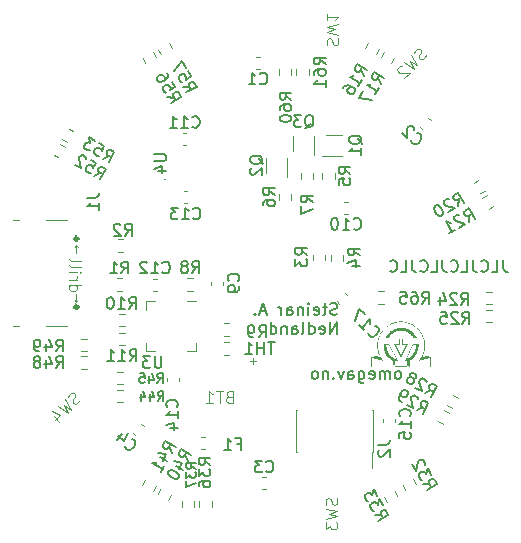
<source format=gbr>
%TF.GenerationSoftware,KiCad,Pcbnew,7.0.5*%
%TF.CreationDate,2023-10-07T14:02:05+02:00*%
%TF.ProjectId,ClockRev5,436c6f63-6b52-4657-9635-2e6b69636164,rev?*%
%TF.SameCoordinates,Original*%
%TF.FileFunction,Legend,Bot*%
%TF.FilePolarity,Positive*%
%FSLAX46Y46*%
G04 Gerber Fmt 4.6, Leading zero omitted, Abs format (unit mm)*
G04 Created by KiCad (PCBNEW 7.0.5) date 2023-10-07 14:02:05*
%MOMM*%
%LPD*%
G01*
G04 APERTURE LIST*
%ADD10C,0.000000*%
%ADD11C,0.150000*%
%ADD12C,0.100000*%
%ADD13C,0.130000*%
%ADD14C,0.120000*%
%ADD15C,0.300000*%
G04 APERTURE END LIST*
D10*
G36*
X112963229Y-108003372D02*
G01*
X111133985Y-108003372D01*
X111028845Y-107736049D01*
X111028845Y-107242883D01*
X111052972Y-107229552D01*
X111127630Y-107184878D01*
X111198365Y-107135579D01*
X111265035Y-107081918D01*
X111327494Y-107024156D01*
X111385600Y-106962555D01*
X111439209Y-106897375D01*
X111488177Y-106828878D01*
X111532360Y-106757326D01*
X111571615Y-106682980D01*
X111605798Y-106606101D01*
X111634766Y-106526951D01*
X111658375Y-106445791D01*
X111676480Y-106362882D01*
X111688939Y-106278486D01*
X111695608Y-106192865D01*
X111696343Y-106106279D01*
X111466528Y-106106279D01*
X110906705Y-107205018D01*
X110990590Y-107425329D01*
X110990590Y-107973786D01*
X109910866Y-107973786D01*
X109910866Y-107425329D01*
X109994751Y-107205018D01*
X109434910Y-106106279D01*
X109205097Y-106106279D01*
X109204713Y-106149676D01*
X109205831Y-106192865D01*
X109208433Y-106235812D01*
X109212500Y-106278486D01*
X109218014Y-106320854D01*
X109224959Y-106362882D01*
X109233315Y-106404539D01*
X109243064Y-106445791D01*
X109254189Y-106486606D01*
X109266673Y-106526951D01*
X109280495Y-106566794D01*
X109295640Y-106606101D01*
X109312089Y-106644841D01*
X109329823Y-106682980D01*
X109348826Y-106720486D01*
X109369079Y-106757326D01*
X109390563Y-106793468D01*
X109413262Y-106828878D01*
X109437157Y-106863525D01*
X109462230Y-106897375D01*
X109488463Y-106930396D01*
X109515839Y-106962555D01*
X109544338Y-106993819D01*
X109573945Y-107024156D01*
X109604639Y-107053533D01*
X109636404Y-107081918D01*
X109669221Y-107109278D01*
X109703073Y-107135579D01*
X109737942Y-107160790D01*
X109773809Y-107184878D01*
X109810656Y-107207809D01*
X109848467Y-107229552D01*
X109872593Y-107242883D01*
X109872593Y-107736049D01*
X109767454Y-108003372D01*
X107938209Y-108003372D01*
X107938209Y-107956662D01*
X107984920Y-107956662D01*
X109735633Y-107956662D01*
X109735633Y-107433927D01*
X109644276Y-107379123D01*
X109557879Y-107318489D01*
X109476630Y-107252366D01*
X109400716Y-107181094D01*
X109330324Y-107105013D01*
X109265642Y-107024464D01*
X109206857Y-106939787D01*
X109154155Y-106851324D01*
X109107724Y-106759414D01*
X109067751Y-106664398D01*
X109034424Y-106566617D01*
X109007930Y-106466412D01*
X108988455Y-106364122D01*
X108976188Y-106260088D01*
X108971314Y-106154651D01*
X108974022Y-106048152D01*
X109457708Y-106048152D01*
X110163797Y-107433927D01*
X109957560Y-107433927D01*
X109957560Y-107927075D01*
X110943879Y-107927075D01*
X110943879Y-107433927D01*
X110737659Y-107433927D01*
X111443749Y-106048152D01*
X111927433Y-106048152D01*
X111929745Y-106101513D01*
X111930138Y-106154651D01*
X111928636Y-106207524D01*
X111925262Y-106260088D01*
X111920040Y-106312302D01*
X111912992Y-106364122D01*
X111904143Y-106415506D01*
X111893516Y-106466412D01*
X111881133Y-106516796D01*
X111867020Y-106566617D01*
X111851198Y-106615832D01*
X111833691Y-106664398D01*
X111814523Y-106712273D01*
X111793718Y-106759414D01*
X111771297Y-106805778D01*
X111747286Y-106851324D01*
X111721707Y-106896007D01*
X111694583Y-106939787D01*
X111665939Y-106982620D01*
X111635797Y-107024464D01*
X111604181Y-107065275D01*
X111571115Y-107105013D01*
X111536621Y-107143633D01*
X111500723Y-107181094D01*
X111463444Y-107217352D01*
X111424809Y-107252366D01*
X111384839Y-107286093D01*
X111343559Y-107318489D01*
X111300993Y-107349514D01*
X111257163Y-107379123D01*
X111212092Y-107407275D01*
X111165805Y-107433927D01*
X111165805Y-107956662D01*
X112916536Y-107956662D01*
X112916536Y-107192272D01*
X111891412Y-107486222D01*
X111987459Y-107375607D01*
X112074225Y-107259365D01*
X112151612Y-107138053D01*
X112219526Y-107012229D01*
X112277868Y-106882452D01*
X112326543Y-106749279D01*
X112365453Y-106613268D01*
X112394504Y-106474977D01*
X112413597Y-106334963D01*
X112422637Y-106193785D01*
X112421526Y-106052000D01*
X112410170Y-105910166D01*
X112388470Y-105768841D01*
X112356331Y-105628584D01*
X112313656Y-105489951D01*
X112260349Y-105353500D01*
X112197107Y-105221361D01*
X112125009Y-105095495D01*
X112044527Y-104976214D01*
X111956135Y-104863828D01*
X111860306Y-104758648D01*
X111757513Y-104660985D01*
X111648231Y-104571149D01*
X111532932Y-104489450D01*
X111412089Y-104416199D01*
X111286176Y-104351708D01*
X111155666Y-104296286D01*
X111021032Y-104250244D01*
X110882749Y-104213893D01*
X110741288Y-104187543D01*
X110597123Y-104171506D01*
X110450728Y-104166091D01*
X110377282Y-104167451D01*
X110304333Y-104171506D01*
X110231943Y-104178216D01*
X110160169Y-104187543D01*
X110089071Y-104199449D01*
X110018708Y-104213893D01*
X109949139Y-104230838D01*
X109880424Y-104250244D01*
X109812621Y-104272073D01*
X109745790Y-104296286D01*
X109679990Y-104322844D01*
X109615280Y-104351708D01*
X109551720Y-104382839D01*
X109489367Y-104416199D01*
X109428283Y-104451749D01*
X109368525Y-104489450D01*
X109310152Y-104529262D01*
X109253225Y-104571149D01*
X109197802Y-104615069D01*
X109143943Y-104660985D01*
X109091706Y-104708858D01*
X109041151Y-104758648D01*
X108992336Y-104810318D01*
X108945322Y-104863828D01*
X108900167Y-104919140D01*
X108856930Y-104976214D01*
X108815670Y-105035012D01*
X108776448Y-105095495D01*
X108739321Y-105157624D01*
X108704349Y-105221361D01*
X108671592Y-105286666D01*
X108641107Y-105353500D01*
X108587800Y-105489951D01*
X108545125Y-105628584D01*
X108512986Y-105768841D01*
X108491286Y-105910166D01*
X108479930Y-106052000D01*
X108478819Y-106193785D01*
X108487858Y-106334963D01*
X108506951Y-106474977D01*
X108536000Y-106613268D01*
X108574910Y-106749279D01*
X108623583Y-106882452D01*
X108681924Y-107012229D01*
X108749835Y-107138053D01*
X108827220Y-107259365D01*
X108913983Y-107375607D01*
X109010027Y-107486222D01*
X107984920Y-107192272D01*
X107984920Y-107956662D01*
X107938209Y-107956662D01*
X107938209Y-107161445D01*
X108293071Y-107009825D01*
X108687429Y-107122906D01*
X108628065Y-107008106D01*
X108576492Y-106890540D01*
X108532724Y-106770589D01*
X108496774Y-106648637D01*
X108468654Y-106525066D01*
X108448377Y-106400259D01*
X108435956Y-106274598D01*
X108431405Y-106148467D01*
X108434734Y-106022247D01*
X108445958Y-105896322D01*
X108465090Y-105771073D01*
X108492142Y-105646884D01*
X108527126Y-105524138D01*
X108570057Y-105403216D01*
X108620946Y-105284501D01*
X108679806Y-105168377D01*
X108750000Y-105050000D01*
X108827410Y-104937590D01*
X108911645Y-104831375D01*
X109002317Y-104731588D01*
X109099036Y-104638458D01*
X109201413Y-104552217D01*
X109309059Y-104473095D01*
X109421584Y-104401322D01*
X109538600Y-104337129D01*
X109659716Y-104280748D01*
X109784543Y-104232407D01*
X109912693Y-104192339D01*
X110043776Y-104160773D01*
X110177402Y-104137941D01*
X110313183Y-104124072D01*
X110450728Y-104119398D01*
X110519696Y-104120571D01*
X110588271Y-104124072D01*
X110656405Y-104129872D01*
X110724049Y-104137941D01*
X110791155Y-104148251D01*
X110857674Y-104160773D01*
X110923557Y-104175479D01*
X110988756Y-104192339D01*
X111053221Y-104211325D01*
X111116905Y-104232407D01*
X111179758Y-104255558D01*
X111241732Y-104280748D01*
X111302778Y-104307948D01*
X111362848Y-104337129D01*
X111421893Y-104368264D01*
X111479863Y-104401322D01*
X111536712Y-104436275D01*
X111592389Y-104473095D01*
X111646846Y-104511752D01*
X111700034Y-104552217D01*
X111751906Y-104594462D01*
X111802411Y-104638458D01*
X111851502Y-104684177D01*
X111899130Y-104731588D01*
X111945246Y-104780664D01*
X111989801Y-104831375D01*
X112032747Y-104883693D01*
X112074034Y-104937590D01*
X112113616Y-104993035D01*
X112151442Y-105050000D01*
X112187464Y-105108458D01*
X112221633Y-105168377D01*
X112280496Y-105284501D01*
X112331388Y-105403216D01*
X112374321Y-105524138D01*
X112409307Y-105646884D01*
X112436360Y-105771073D01*
X112455493Y-105896322D01*
X112466717Y-106022247D01*
X112470047Y-106148467D01*
X112465495Y-106274598D01*
X112453074Y-106400259D01*
X112432796Y-106525066D01*
X112404675Y-106648637D01*
X112368723Y-106770589D01*
X112324953Y-106890540D01*
X112273378Y-107008106D01*
X112214010Y-107122906D01*
X112608368Y-107009825D01*
X112963229Y-107161445D01*
X112963229Y-107956662D01*
X112963229Y-108003372D01*
G37*
G36*
X111810168Y-105554986D02*
G01*
X110623337Y-105554986D01*
X110623337Y-106048152D01*
X111056304Y-106048152D01*
X110450728Y-107236661D01*
X109845134Y-106048152D01*
X110278119Y-106048152D01*
X110278119Y-105554986D01*
X109091271Y-105554986D01*
X109113406Y-105508293D01*
X109375932Y-105508293D01*
X110313006Y-105508293D01*
X110346599Y-105621906D01*
X110346599Y-106106279D01*
X109997783Y-106106279D01*
X110450728Y-106995201D01*
X110903656Y-106106279D01*
X110554840Y-106106279D01*
X110554840Y-105621906D01*
X110588433Y-105508293D01*
X111525506Y-105508293D01*
X111481630Y-105438814D01*
X111433622Y-105372838D01*
X111381702Y-105310501D01*
X111326089Y-105251938D01*
X111267005Y-105197284D01*
X111204667Y-105146674D01*
X111139297Y-105100243D01*
X111071113Y-105058126D01*
X111000336Y-105020458D01*
X110927185Y-104987375D01*
X110851879Y-104959010D01*
X110774639Y-104935500D01*
X110695684Y-104916980D01*
X110615234Y-104903583D01*
X110533509Y-104895447D01*
X110450728Y-104892704D01*
X110409220Y-104893393D01*
X110367947Y-104895447D01*
X110326939Y-104898849D01*
X110286221Y-104903583D01*
X110245823Y-104909633D01*
X110205771Y-104916980D01*
X110166092Y-104925608D01*
X110126815Y-104935500D01*
X110087966Y-104946640D01*
X110049573Y-104959010D01*
X110011664Y-104972594D01*
X109974266Y-104987375D01*
X109937407Y-105003335D01*
X109901113Y-105020458D01*
X109865413Y-105038728D01*
X109830334Y-105058126D01*
X109795904Y-105078637D01*
X109762149Y-105100243D01*
X109729097Y-105122928D01*
X109696777Y-105146674D01*
X109665214Y-105171465D01*
X109634438Y-105197284D01*
X109604475Y-105224114D01*
X109575352Y-105251938D01*
X109547097Y-105280740D01*
X109519739Y-105310501D01*
X109493303Y-105341206D01*
X109467818Y-105372838D01*
X109443311Y-105405379D01*
X109419809Y-105438814D01*
X109397341Y-105473124D01*
X109375932Y-105508293D01*
X109113406Y-105508293D01*
X109138496Y-105455365D01*
X109192425Y-105360461D01*
X109252699Y-105270511D01*
X109318959Y-105185750D01*
X109390849Y-105106414D01*
X109468009Y-105032740D01*
X109550082Y-104964963D01*
X109636710Y-104903318D01*
X109727534Y-104848043D01*
X109822196Y-104799372D01*
X109920339Y-104757542D01*
X110021605Y-104722788D01*
X110125634Y-104695347D01*
X110232070Y-104675454D01*
X110340554Y-104663346D01*
X110450728Y-104659257D01*
X110506003Y-104660284D01*
X110560899Y-104663346D01*
X110615373Y-104668412D01*
X110669380Y-104675454D01*
X110722876Y-104684443D01*
X110775814Y-104695347D01*
X110828151Y-104708139D01*
X110879841Y-104722788D01*
X110930841Y-104739266D01*
X110981105Y-104757542D01*
X111030588Y-104777587D01*
X111079247Y-104799372D01*
X111127035Y-104822867D01*
X111173908Y-104848043D01*
X111219822Y-104874870D01*
X111264731Y-104903318D01*
X111308591Y-104933359D01*
X111351358Y-104964963D01*
X111392986Y-104998099D01*
X111433430Y-105032740D01*
X111472647Y-105068855D01*
X111510590Y-105106414D01*
X111547216Y-105145389D01*
X111582479Y-105185750D01*
X111616336Y-105227467D01*
X111648740Y-105270511D01*
X111679647Y-105314852D01*
X111709014Y-105360461D01*
X111736794Y-105407308D01*
X111762942Y-105455365D01*
X111787416Y-105504600D01*
X111789083Y-105508293D01*
X111810168Y-105554986D01*
G37*
D11*
X105035839Y-103512200D02*
X104892982Y-103559819D01*
X104892982Y-103559819D02*
X104654887Y-103559819D01*
X104654887Y-103559819D02*
X104559649Y-103512200D01*
X104559649Y-103512200D02*
X104512030Y-103464580D01*
X104512030Y-103464580D02*
X104464411Y-103369342D01*
X104464411Y-103369342D02*
X104464411Y-103274104D01*
X104464411Y-103274104D02*
X104512030Y-103178866D01*
X104512030Y-103178866D02*
X104559649Y-103131247D01*
X104559649Y-103131247D02*
X104654887Y-103083628D01*
X104654887Y-103083628D02*
X104845363Y-103036009D01*
X104845363Y-103036009D02*
X104940601Y-102988390D01*
X104940601Y-102988390D02*
X104988220Y-102940771D01*
X104988220Y-102940771D02*
X105035839Y-102845533D01*
X105035839Y-102845533D02*
X105035839Y-102750295D01*
X105035839Y-102750295D02*
X104988220Y-102655057D01*
X104988220Y-102655057D02*
X104940601Y-102607438D01*
X104940601Y-102607438D02*
X104845363Y-102559819D01*
X104845363Y-102559819D02*
X104607268Y-102559819D01*
X104607268Y-102559819D02*
X104464411Y-102607438D01*
X104178696Y-102893152D02*
X103797744Y-102893152D01*
X104035839Y-102559819D02*
X104035839Y-103416961D01*
X104035839Y-103416961D02*
X103988220Y-103512200D01*
X103988220Y-103512200D02*
X103892982Y-103559819D01*
X103892982Y-103559819D02*
X103797744Y-103559819D01*
X103083458Y-103512200D02*
X103178696Y-103559819D01*
X103178696Y-103559819D02*
X103369172Y-103559819D01*
X103369172Y-103559819D02*
X103464410Y-103512200D01*
X103464410Y-103512200D02*
X103512029Y-103416961D01*
X103512029Y-103416961D02*
X103512029Y-103036009D01*
X103512029Y-103036009D02*
X103464410Y-102940771D01*
X103464410Y-102940771D02*
X103369172Y-102893152D01*
X103369172Y-102893152D02*
X103178696Y-102893152D01*
X103178696Y-102893152D02*
X103083458Y-102940771D01*
X103083458Y-102940771D02*
X103035839Y-103036009D01*
X103035839Y-103036009D02*
X103035839Y-103131247D01*
X103035839Y-103131247D02*
X103512029Y-103226485D01*
X102607267Y-103559819D02*
X102607267Y-102893152D01*
X102607267Y-102559819D02*
X102654886Y-102607438D01*
X102654886Y-102607438D02*
X102607267Y-102655057D01*
X102607267Y-102655057D02*
X102559648Y-102607438D01*
X102559648Y-102607438D02*
X102607267Y-102559819D01*
X102607267Y-102559819D02*
X102607267Y-102655057D01*
X102131077Y-102893152D02*
X102131077Y-103559819D01*
X102131077Y-102988390D02*
X102083458Y-102940771D01*
X102083458Y-102940771D02*
X101988220Y-102893152D01*
X101988220Y-102893152D02*
X101845363Y-102893152D01*
X101845363Y-102893152D02*
X101750125Y-102940771D01*
X101750125Y-102940771D02*
X101702506Y-103036009D01*
X101702506Y-103036009D02*
X101702506Y-103559819D01*
X100797744Y-103559819D02*
X100797744Y-103036009D01*
X100797744Y-103036009D02*
X100845363Y-102940771D01*
X100845363Y-102940771D02*
X100940601Y-102893152D01*
X100940601Y-102893152D02*
X101131077Y-102893152D01*
X101131077Y-102893152D02*
X101226315Y-102940771D01*
X100797744Y-103512200D02*
X100892982Y-103559819D01*
X100892982Y-103559819D02*
X101131077Y-103559819D01*
X101131077Y-103559819D02*
X101226315Y-103512200D01*
X101226315Y-103512200D02*
X101273934Y-103416961D01*
X101273934Y-103416961D02*
X101273934Y-103321723D01*
X101273934Y-103321723D02*
X101226315Y-103226485D01*
X101226315Y-103226485D02*
X101131077Y-103178866D01*
X101131077Y-103178866D02*
X100892982Y-103178866D01*
X100892982Y-103178866D02*
X100797744Y-103131247D01*
X100321553Y-103559819D02*
X100321553Y-102893152D01*
X100321553Y-103083628D02*
X100273934Y-102988390D01*
X100273934Y-102988390D02*
X100226315Y-102940771D01*
X100226315Y-102940771D02*
X100131077Y-102893152D01*
X100131077Y-102893152D02*
X100035839Y-102893152D01*
X98988219Y-103274104D02*
X98512029Y-103274104D01*
X99083457Y-103559819D02*
X98750124Y-102559819D01*
X98750124Y-102559819D02*
X98416791Y-103559819D01*
X98083457Y-103464580D02*
X98035838Y-103512200D01*
X98035838Y-103512200D02*
X98083457Y-103559819D01*
X98083457Y-103559819D02*
X98131076Y-103512200D01*
X98131076Y-103512200D02*
X98083457Y-103464580D01*
X98083457Y-103464580D02*
X98083457Y-103559819D01*
X104988220Y-105169819D02*
X104988220Y-104169819D01*
X104988220Y-104169819D02*
X104416792Y-105169819D01*
X104416792Y-105169819D02*
X104416792Y-104169819D01*
X103559649Y-105122200D02*
X103654887Y-105169819D01*
X103654887Y-105169819D02*
X103845363Y-105169819D01*
X103845363Y-105169819D02*
X103940601Y-105122200D01*
X103940601Y-105122200D02*
X103988220Y-105026961D01*
X103988220Y-105026961D02*
X103988220Y-104646009D01*
X103988220Y-104646009D02*
X103940601Y-104550771D01*
X103940601Y-104550771D02*
X103845363Y-104503152D01*
X103845363Y-104503152D02*
X103654887Y-104503152D01*
X103654887Y-104503152D02*
X103559649Y-104550771D01*
X103559649Y-104550771D02*
X103512030Y-104646009D01*
X103512030Y-104646009D02*
X103512030Y-104741247D01*
X103512030Y-104741247D02*
X103988220Y-104836485D01*
X102654887Y-105169819D02*
X102654887Y-104169819D01*
X102654887Y-105122200D02*
X102750125Y-105169819D01*
X102750125Y-105169819D02*
X102940601Y-105169819D01*
X102940601Y-105169819D02*
X103035839Y-105122200D01*
X103035839Y-105122200D02*
X103083458Y-105074580D01*
X103083458Y-105074580D02*
X103131077Y-104979342D01*
X103131077Y-104979342D02*
X103131077Y-104693628D01*
X103131077Y-104693628D02*
X103083458Y-104598390D01*
X103083458Y-104598390D02*
X103035839Y-104550771D01*
X103035839Y-104550771D02*
X102940601Y-104503152D01*
X102940601Y-104503152D02*
X102750125Y-104503152D01*
X102750125Y-104503152D02*
X102654887Y-104550771D01*
X102035839Y-105169819D02*
X102131077Y-105122200D01*
X102131077Y-105122200D02*
X102178696Y-105026961D01*
X102178696Y-105026961D02*
X102178696Y-104169819D01*
X101226315Y-105169819D02*
X101226315Y-104646009D01*
X101226315Y-104646009D02*
X101273934Y-104550771D01*
X101273934Y-104550771D02*
X101369172Y-104503152D01*
X101369172Y-104503152D02*
X101559648Y-104503152D01*
X101559648Y-104503152D02*
X101654886Y-104550771D01*
X101226315Y-105122200D02*
X101321553Y-105169819D01*
X101321553Y-105169819D02*
X101559648Y-105169819D01*
X101559648Y-105169819D02*
X101654886Y-105122200D01*
X101654886Y-105122200D02*
X101702505Y-105026961D01*
X101702505Y-105026961D02*
X101702505Y-104931723D01*
X101702505Y-104931723D02*
X101654886Y-104836485D01*
X101654886Y-104836485D02*
X101559648Y-104788866D01*
X101559648Y-104788866D02*
X101321553Y-104788866D01*
X101321553Y-104788866D02*
X101226315Y-104741247D01*
X100750124Y-104503152D02*
X100750124Y-105169819D01*
X100750124Y-104598390D02*
X100702505Y-104550771D01*
X100702505Y-104550771D02*
X100607267Y-104503152D01*
X100607267Y-104503152D02*
X100464410Y-104503152D01*
X100464410Y-104503152D02*
X100369172Y-104550771D01*
X100369172Y-104550771D02*
X100321553Y-104646009D01*
X100321553Y-104646009D02*
X100321553Y-105169819D01*
X99416791Y-105169819D02*
X99416791Y-104169819D01*
X99416791Y-105122200D02*
X99512029Y-105169819D01*
X99512029Y-105169819D02*
X99702505Y-105169819D01*
X99702505Y-105169819D02*
X99797743Y-105122200D01*
X99797743Y-105122200D02*
X99845362Y-105074580D01*
X99845362Y-105074580D02*
X99892981Y-104979342D01*
X99892981Y-104979342D02*
X99892981Y-104693628D01*
X99892981Y-104693628D02*
X99845362Y-104598390D01*
X99845362Y-104598390D02*
X99797743Y-104550771D01*
X99797743Y-104550771D02*
X99702505Y-104503152D01*
X99702505Y-104503152D02*
X99512029Y-104503152D01*
X99512029Y-104503152D02*
X99416791Y-104550771D01*
X110245363Y-108994819D02*
X110340601Y-108947200D01*
X110340601Y-108947200D02*
X110388220Y-108899580D01*
X110388220Y-108899580D02*
X110435839Y-108804342D01*
X110435839Y-108804342D02*
X110435839Y-108518628D01*
X110435839Y-108518628D02*
X110388220Y-108423390D01*
X110388220Y-108423390D02*
X110340601Y-108375771D01*
X110340601Y-108375771D02*
X110245363Y-108328152D01*
X110245363Y-108328152D02*
X110102506Y-108328152D01*
X110102506Y-108328152D02*
X110007268Y-108375771D01*
X110007268Y-108375771D02*
X109959649Y-108423390D01*
X109959649Y-108423390D02*
X109912030Y-108518628D01*
X109912030Y-108518628D02*
X109912030Y-108804342D01*
X109912030Y-108804342D02*
X109959649Y-108899580D01*
X109959649Y-108899580D02*
X110007268Y-108947200D01*
X110007268Y-108947200D02*
X110102506Y-108994819D01*
X110102506Y-108994819D02*
X110245363Y-108994819D01*
X109483458Y-108994819D02*
X109483458Y-108328152D01*
X109483458Y-108423390D02*
X109435839Y-108375771D01*
X109435839Y-108375771D02*
X109340601Y-108328152D01*
X109340601Y-108328152D02*
X109197744Y-108328152D01*
X109197744Y-108328152D02*
X109102506Y-108375771D01*
X109102506Y-108375771D02*
X109054887Y-108471009D01*
X109054887Y-108471009D02*
X109054887Y-108994819D01*
X109054887Y-108471009D02*
X109007268Y-108375771D01*
X109007268Y-108375771D02*
X108912030Y-108328152D01*
X108912030Y-108328152D02*
X108769173Y-108328152D01*
X108769173Y-108328152D02*
X108673934Y-108375771D01*
X108673934Y-108375771D02*
X108626315Y-108471009D01*
X108626315Y-108471009D02*
X108626315Y-108994819D01*
X107769173Y-108947200D02*
X107864411Y-108994819D01*
X107864411Y-108994819D02*
X108054887Y-108994819D01*
X108054887Y-108994819D02*
X108150125Y-108947200D01*
X108150125Y-108947200D02*
X108197744Y-108851961D01*
X108197744Y-108851961D02*
X108197744Y-108471009D01*
X108197744Y-108471009D02*
X108150125Y-108375771D01*
X108150125Y-108375771D02*
X108054887Y-108328152D01*
X108054887Y-108328152D02*
X107864411Y-108328152D01*
X107864411Y-108328152D02*
X107769173Y-108375771D01*
X107769173Y-108375771D02*
X107721554Y-108471009D01*
X107721554Y-108471009D02*
X107721554Y-108566247D01*
X107721554Y-108566247D02*
X108197744Y-108661485D01*
X106864411Y-108328152D02*
X106864411Y-109137676D01*
X106864411Y-109137676D02*
X106912030Y-109232914D01*
X106912030Y-109232914D02*
X106959649Y-109280533D01*
X106959649Y-109280533D02*
X107054887Y-109328152D01*
X107054887Y-109328152D02*
X107197744Y-109328152D01*
X107197744Y-109328152D02*
X107292982Y-109280533D01*
X106864411Y-108947200D02*
X106959649Y-108994819D01*
X106959649Y-108994819D02*
X107150125Y-108994819D01*
X107150125Y-108994819D02*
X107245363Y-108947200D01*
X107245363Y-108947200D02*
X107292982Y-108899580D01*
X107292982Y-108899580D02*
X107340601Y-108804342D01*
X107340601Y-108804342D02*
X107340601Y-108518628D01*
X107340601Y-108518628D02*
X107292982Y-108423390D01*
X107292982Y-108423390D02*
X107245363Y-108375771D01*
X107245363Y-108375771D02*
X107150125Y-108328152D01*
X107150125Y-108328152D02*
X106959649Y-108328152D01*
X106959649Y-108328152D02*
X106864411Y-108375771D01*
X105959649Y-108994819D02*
X105959649Y-108471009D01*
X105959649Y-108471009D02*
X106007268Y-108375771D01*
X106007268Y-108375771D02*
X106102506Y-108328152D01*
X106102506Y-108328152D02*
X106292982Y-108328152D01*
X106292982Y-108328152D02*
X106388220Y-108375771D01*
X105959649Y-108947200D02*
X106054887Y-108994819D01*
X106054887Y-108994819D02*
X106292982Y-108994819D01*
X106292982Y-108994819D02*
X106388220Y-108947200D01*
X106388220Y-108947200D02*
X106435839Y-108851961D01*
X106435839Y-108851961D02*
X106435839Y-108756723D01*
X106435839Y-108756723D02*
X106388220Y-108661485D01*
X106388220Y-108661485D02*
X106292982Y-108613866D01*
X106292982Y-108613866D02*
X106054887Y-108613866D01*
X106054887Y-108613866D02*
X105959649Y-108566247D01*
X105578696Y-108328152D02*
X105340601Y-108994819D01*
X105340601Y-108994819D02*
X105102506Y-108328152D01*
X104721553Y-108899580D02*
X104673934Y-108947200D01*
X104673934Y-108947200D02*
X104721553Y-108994819D01*
X104721553Y-108994819D02*
X104769172Y-108947200D01*
X104769172Y-108947200D02*
X104721553Y-108899580D01*
X104721553Y-108899580D02*
X104721553Y-108994819D01*
X104245363Y-108328152D02*
X104245363Y-108994819D01*
X104245363Y-108423390D02*
X104197744Y-108375771D01*
X104197744Y-108375771D02*
X104102506Y-108328152D01*
X104102506Y-108328152D02*
X103959649Y-108328152D01*
X103959649Y-108328152D02*
X103864411Y-108375771D01*
X103864411Y-108375771D02*
X103816792Y-108471009D01*
X103816792Y-108471009D02*
X103816792Y-108994819D01*
X103197744Y-108994819D02*
X103292982Y-108947200D01*
X103292982Y-108947200D02*
X103340601Y-108899580D01*
X103340601Y-108899580D02*
X103388220Y-108804342D01*
X103388220Y-108804342D02*
X103388220Y-108518628D01*
X103388220Y-108518628D02*
X103340601Y-108423390D01*
X103340601Y-108423390D02*
X103292982Y-108375771D01*
X103292982Y-108375771D02*
X103197744Y-108328152D01*
X103197744Y-108328152D02*
X103054887Y-108328152D01*
X103054887Y-108328152D02*
X102959649Y-108375771D01*
X102959649Y-108375771D02*
X102912030Y-108423390D01*
X102912030Y-108423390D02*
X102864411Y-108518628D01*
X102864411Y-108518628D02*
X102864411Y-108804342D01*
X102864411Y-108804342D02*
X102912030Y-108899580D01*
X102912030Y-108899580D02*
X102959649Y-108947200D01*
X102959649Y-108947200D02*
X103054887Y-108994819D01*
X103054887Y-108994819D02*
X103197744Y-108994819D01*
X119077506Y-98919819D02*
X119077506Y-99634104D01*
X119077506Y-99634104D02*
X119125125Y-99776961D01*
X119125125Y-99776961D02*
X119220363Y-99872200D01*
X119220363Y-99872200D02*
X119363220Y-99919819D01*
X119363220Y-99919819D02*
X119458458Y-99919819D01*
X118125125Y-99919819D02*
X118601315Y-99919819D01*
X118601315Y-99919819D02*
X118601315Y-98919819D01*
X117220363Y-99824580D02*
X117267982Y-99872200D01*
X117267982Y-99872200D02*
X117410839Y-99919819D01*
X117410839Y-99919819D02*
X117506077Y-99919819D01*
X117506077Y-99919819D02*
X117648934Y-99872200D01*
X117648934Y-99872200D02*
X117744172Y-99776961D01*
X117744172Y-99776961D02*
X117791791Y-99681723D01*
X117791791Y-99681723D02*
X117839410Y-99491247D01*
X117839410Y-99491247D02*
X117839410Y-99348390D01*
X117839410Y-99348390D02*
X117791791Y-99157914D01*
X117791791Y-99157914D02*
X117744172Y-99062676D01*
X117744172Y-99062676D02*
X117648934Y-98967438D01*
X117648934Y-98967438D02*
X117506077Y-98919819D01*
X117506077Y-98919819D02*
X117410839Y-98919819D01*
X117410839Y-98919819D02*
X117267982Y-98967438D01*
X117267982Y-98967438D02*
X117220363Y-99015057D01*
X116506077Y-98919819D02*
X116506077Y-99634104D01*
X116506077Y-99634104D02*
X116553696Y-99776961D01*
X116553696Y-99776961D02*
X116648934Y-99872200D01*
X116648934Y-99872200D02*
X116791791Y-99919819D01*
X116791791Y-99919819D02*
X116887029Y-99919819D01*
X115553696Y-99919819D02*
X116029886Y-99919819D01*
X116029886Y-99919819D02*
X116029886Y-98919819D01*
X114648934Y-99824580D02*
X114696553Y-99872200D01*
X114696553Y-99872200D02*
X114839410Y-99919819D01*
X114839410Y-99919819D02*
X114934648Y-99919819D01*
X114934648Y-99919819D02*
X115077505Y-99872200D01*
X115077505Y-99872200D02*
X115172743Y-99776961D01*
X115172743Y-99776961D02*
X115220362Y-99681723D01*
X115220362Y-99681723D02*
X115267981Y-99491247D01*
X115267981Y-99491247D02*
X115267981Y-99348390D01*
X115267981Y-99348390D02*
X115220362Y-99157914D01*
X115220362Y-99157914D02*
X115172743Y-99062676D01*
X115172743Y-99062676D02*
X115077505Y-98967438D01*
X115077505Y-98967438D02*
X114934648Y-98919819D01*
X114934648Y-98919819D02*
X114839410Y-98919819D01*
X114839410Y-98919819D02*
X114696553Y-98967438D01*
X114696553Y-98967438D02*
X114648934Y-99015057D01*
X113934648Y-98919819D02*
X113934648Y-99634104D01*
X113934648Y-99634104D02*
X113982267Y-99776961D01*
X113982267Y-99776961D02*
X114077505Y-99872200D01*
X114077505Y-99872200D02*
X114220362Y-99919819D01*
X114220362Y-99919819D02*
X114315600Y-99919819D01*
X112982267Y-99919819D02*
X113458457Y-99919819D01*
X113458457Y-99919819D02*
X113458457Y-98919819D01*
X112077505Y-99824580D02*
X112125124Y-99872200D01*
X112125124Y-99872200D02*
X112267981Y-99919819D01*
X112267981Y-99919819D02*
X112363219Y-99919819D01*
X112363219Y-99919819D02*
X112506076Y-99872200D01*
X112506076Y-99872200D02*
X112601314Y-99776961D01*
X112601314Y-99776961D02*
X112648933Y-99681723D01*
X112648933Y-99681723D02*
X112696552Y-99491247D01*
X112696552Y-99491247D02*
X112696552Y-99348390D01*
X112696552Y-99348390D02*
X112648933Y-99157914D01*
X112648933Y-99157914D02*
X112601314Y-99062676D01*
X112601314Y-99062676D02*
X112506076Y-98967438D01*
X112506076Y-98967438D02*
X112363219Y-98919819D01*
X112363219Y-98919819D02*
X112267981Y-98919819D01*
X112267981Y-98919819D02*
X112125124Y-98967438D01*
X112125124Y-98967438D02*
X112077505Y-99015057D01*
X111363219Y-98919819D02*
X111363219Y-99634104D01*
X111363219Y-99634104D02*
X111410838Y-99776961D01*
X111410838Y-99776961D02*
X111506076Y-99872200D01*
X111506076Y-99872200D02*
X111648933Y-99919819D01*
X111648933Y-99919819D02*
X111744171Y-99919819D01*
X110410838Y-99919819D02*
X110887028Y-99919819D01*
X110887028Y-99919819D02*
X110887028Y-98919819D01*
X109506076Y-99824580D02*
X109553695Y-99872200D01*
X109553695Y-99872200D02*
X109696552Y-99919819D01*
X109696552Y-99919819D02*
X109791790Y-99919819D01*
X109791790Y-99919819D02*
X109934647Y-99872200D01*
X109934647Y-99872200D02*
X110029885Y-99776961D01*
X110029885Y-99776961D02*
X110077504Y-99681723D01*
X110077504Y-99681723D02*
X110125123Y-99491247D01*
X110125123Y-99491247D02*
X110125123Y-99348390D01*
X110125123Y-99348390D02*
X110077504Y-99157914D01*
X110077504Y-99157914D02*
X110029885Y-99062676D01*
X110029885Y-99062676D02*
X109934647Y-98967438D01*
X109934647Y-98967438D02*
X109791790Y-98919819D01*
X109791790Y-98919819D02*
X109696552Y-98919819D01*
X109696552Y-98919819D02*
X109553695Y-98967438D01*
X109553695Y-98967438D02*
X109506076Y-99015057D01*
%TO.C,C2*%
X111263588Y-88772112D02*
X111263588Y-88839456D01*
X111263588Y-88839456D02*
X111330932Y-88974143D01*
X111330932Y-88974143D02*
X111398275Y-89041486D01*
X111398275Y-89041486D02*
X111532962Y-89108830D01*
X111532962Y-89108830D02*
X111667649Y-89108830D01*
X111667649Y-89108830D02*
X111768664Y-89075158D01*
X111768664Y-89075158D02*
X111937023Y-88974143D01*
X111937023Y-88974143D02*
X112038038Y-88873128D01*
X112038038Y-88873128D02*
X112139054Y-88704769D01*
X112139054Y-88704769D02*
X112172725Y-88603754D01*
X112172725Y-88603754D02*
X112172725Y-88469067D01*
X112172725Y-88469067D02*
X112105382Y-88334380D01*
X112105382Y-88334380D02*
X112038038Y-88267036D01*
X112038038Y-88267036D02*
X111903351Y-88199693D01*
X111903351Y-88199693D02*
X111836008Y-88199693D01*
X111566634Y-87930319D02*
X111566634Y-87862975D01*
X111566634Y-87862975D02*
X111532962Y-87761960D01*
X111532962Y-87761960D02*
X111364603Y-87593601D01*
X111364603Y-87593601D02*
X111263588Y-87559929D01*
X111263588Y-87559929D02*
X111196245Y-87559929D01*
X111196245Y-87559929D02*
X111095229Y-87593601D01*
X111095229Y-87593601D02*
X111027886Y-87660945D01*
X111027886Y-87660945D02*
X110960542Y-87795632D01*
X110960542Y-87795632D02*
X110960542Y-88603754D01*
X110960542Y-88603754D02*
X110522810Y-88166021D01*
%TO.C,R40*%
X92415313Y-115920678D02*
X92169587Y-115393908D01*
X92701027Y-115425807D02*
X91835002Y-114925807D01*
X91835002Y-114925807D02*
X91644526Y-115255721D01*
X91644526Y-115255721D02*
X91638146Y-115362009D01*
X91638146Y-115362009D02*
X91655576Y-115427058D01*
X91655576Y-115427058D02*
X91714245Y-115515916D01*
X91714245Y-115515916D02*
X91837963Y-115587345D01*
X91837963Y-115587345D02*
X91944251Y-115593725D01*
X91944251Y-115593725D02*
X92009300Y-115576295D01*
X92009300Y-115576295D02*
X92098158Y-115517626D01*
X92098158Y-115517626D02*
X92288634Y-115187711D01*
X91409391Y-116329653D02*
X91986742Y-116662986D01*
X91198524Y-115932980D02*
X91936162Y-116083926D01*
X91936162Y-116083926D02*
X91626638Y-116620037D01*
X90763573Y-116781575D02*
X90715954Y-116864054D01*
X90715954Y-116864054D02*
X90709574Y-116970342D01*
X90709574Y-116970342D02*
X90727004Y-117035391D01*
X90727004Y-117035391D02*
X90785673Y-117124249D01*
X90785673Y-117124249D02*
X90926821Y-117260727D01*
X90926821Y-117260727D02*
X91133018Y-117379774D01*
X91133018Y-117379774D02*
X91321784Y-117433773D01*
X91321784Y-117433773D02*
X91428072Y-117440153D01*
X91428072Y-117440153D02*
X91493121Y-117422723D01*
X91493121Y-117422723D02*
X91581980Y-117364054D01*
X91581980Y-117364054D02*
X91629599Y-117281575D01*
X91629599Y-117281575D02*
X91635978Y-117175287D01*
X91635978Y-117175287D02*
X91618549Y-117110239D01*
X91618549Y-117110239D02*
X91559880Y-117021380D01*
X91559880Y-117021380D02*
X91418732Y-116884903D01*
X91418732Y-116884903D02*
X91212535Y-116765855D01*
X91212535Y-116765855D02*
X91023769Y-116711856D01*
X91023769Y-116711856D02*
X90917480Y-116705477D01*
X90917480Y-116705477D02*
X90852432Y-116722906D01*
X90852432Y-116722906D02*
X90763573Y-116781575D01*
D12*
%TO.C,SW1*%
X104190200Y-80733332D02*
X104142580Y-80590475D01*
X104142580Y-80590475D02*
X104142580Y-80352380D01*
X104142580Y-80352380D02*
X104190200Y-80257142D01*
X104190200Y-80257142D02*
X104237819Y-80209523D01*
X104237819Y-80209523D02*
X104333057Y-80161904D01*
X104333057Y-80161904D02*
X104428295Y-80161904D01*
X104428295Y-80161904D02*
X104523533Y-80209523D01*
X104523533Y-80209523D02*
X104571152Y-80257142D01*
X104571152Y-80257142D02*
X104618771Y-80352380D01*
X104618771Y-80352380D02*
X104666390Y-80542856D01*
X104666390Y-80542856D02*
X104714009Y-80638094D01*
X104714009Y-80638094D02*
X104761628Y-80685713D01*
X104761628Y-80685713D02*
X104856866Y-80733332D01*
X104856866Y-80733332D02*
X104952104Y-80733332D01*
X104952104Y-80733332D02*
X105047342Y-80685713D01*
X105047342Y-80685713D02*
X105094961Y-80638094D01*
X105094961Y-80638094D02*
X105142580Y-80542856D01*
X105142580Y-80542856D02*
X105142580Y-80304761D01*
X105142580Y-80304761D02*
X105094961Y-80161904D01*
X105142580Y-79828570D02*
X104142580Y-79590475D01*
X104142580Y-79590475D02*
X104856866Y-79399999D01*
X104856866Y-79399999D02*
X104142580Y-79209523D01*
X104142580Y-79209523D02*
X105142580Y-78971428D01*
X104142580Y-78066666D02*
X104142580Y-78638094D01*
X104142580Y-78352380D02*
X105142580Y-78352380D01*
X105142580Y-78352380D02*
X104999723Y-78447618D01*
X104999723Y-78447618D02*
X104904485Y-78542856D01*
X104904485Y-78542856D02*
X104856866Y-78638094D01*
D11*
%TO.C,R29*%
X111767848Y-111638519D02*
X112294618Y-111392793D01*
X112262719Y-111924233D02*
X112762719Y-111058208D01*
X112762719Y-111058208D02*
X112432805Y-110867732D01*
X112432805Y-110867732D02*
X112326517Y-110861352D01*
X112326517Y-110861352D02*
X112261468Y-110878782D01*
X112261468Y-110878782D02*
X112172610Y-110937451D01*
X112172610Y-110937451D02*
X112101181Y-111061169D01*
X112101181Y-111061169D02*
X112094801Y-111167457D01*
X112094801Y-111167457D02*
X112112231Y-111232506D01*
X112112231Y-111232506D02*
X112170900Y-111321364D01*
X112170900Y-111321364D02*
X112500815Y-111511840D01*
X111890314Y-110664496D02*
X111872884Y-110599447D01*
X111872884Y-110599447D02*
X111814215Y-110510589D01*
X111814215Y-110510589D02*
X111608019Y-110391541D01*
X111608019Y-110391541D02*
X111501731Y-110385161D01*
X111501731Y-110385161D02*
X111436682Y-110402591D01*
X111436682Y-110402591D02*
X111347823Y-110461260D01*
X111347823Y-110461260D02*
X111300204Y-110543739D01*
X111300204Y-110543739D02*
X111270015Y-110691266D01*
X111270015Y-110691266D02*
X111479172Y-111471852D01*
X111479172Y-111471852D02*
X110943062Y-111162328D01*
X110530668Y-110924233D02*
X110365711Y-110828995D01*
X110365711Y-110828995D02*
X110307042Y-110740137D01*
X110307042Y-110740137D02*
X110289612Y-110675088D01*
X110289612Y-110675088D02*
X110278562Y-110503751D01*
X110278562Y-110503751D02*
X110332561Y-110314984D01*
X110332561Y-110314984D02*
X110523037Y-109985070D01*
X110523037Y-109985070D02*
X110611896Y-109926401D01*
X110611896Y-109926401D02*
X110676944Y-109908971D01*
X110676944Y-109908971D02*
X110783233Y-109915351D01*
X110783233Y-109915351D02*
X110948190Y-110010589D01*
X110948190Y-110010589D02*
X111006859Y-110099447D01*
X111006859Y-110099447D02*
X111024289Y-110164496D01*
X111024289Y-110164496D02*
X111017909Y-110270784D01*
X111017909Y-110270784D02*
X110898861Y-110476981D01*
X110898861Y-110476981D02*
X110810003Y-110535650D01*
X110810003Y-110535650D02*
X110744954Y-110553079D01*
X110744954Y-110553079D02*
X110638666Y-110546700D01*
X110638666Y-110546700D02*
X110473709Y-110451462D01*
X110473709Y-110451462D02*
X110415040Y-110362603D01*
X110415040Y-110362603D02*
X110397610Y-110297554D01*
X110397610Y-110297554D02*
X110403990Y-110191266D01*
%TO.C,C17*%
X107650306Y-105058829D02*
X107650306Y-105126173D01*
X107650306Y-105126173D02*
X107717650Y-105260860D01*
X107717650Y-105260860D02*
X107784993Y-105328203D01*
X107784993Y-105328203D02*
X107919680Y-105395547D01*
X107919680Y-105395547D02*
X108054367Y-105395547D01*
X108054367Y-105395547D02*
X108155382Y-105361875D01*
X108155382Y-105361875D02*
X108323741Y-105260860D01*
X108323741Y-105260860D02*
X108424756Y-105159845D01*
X108424756Y-105159845D02*
X108525772Y-104991486D01*
X108525772Y-104991486D02*
X108559443Y-104890471D01*
X108559443Y-104890471D02*
X108559443Y-104755784D01*
X108559443Y-104755784D02*
X108492100Y-104621097D01*
X108492100Y-104621097D02*
X108424756Y-104553753D01*
X108424756Y-104553753D02*
X108290069Y-104486410D01*
X108290069Y-104486410D02*
X108222726Y-104486410D01*
X106909528Y-104452738D02*
X107313589Y-104856799D01*
X107111558Y-104654768D02*
X107818665Y-103947662D01*
X107818665Y-103947662D02*
X107784993Y-104116020D01*
X107784993Y-104116020D02*
X107784993Y-104250707D01*
X107784993Y-104250707D02*
X107818665Y-104351723D01*
X107380932Y-103509929D02*
X106909527Y-103038524D01*
X106909527Y-103038524D02*
X106505466Y-104048677D01*
%TO.C,J1*%
X83854819Y-93666666D02*
X84569104Y-93666666D01*
X84569104Y-93666666D02*
X84711961Y-93619047D01*
X84711961Y-93619047D02*
X84807200Y-93523809D01*
X84807200Y-93523809D02*
X84854819Y-93380952D01*
X84854819Y-93380952D02*
X84854819Y-93285714D01*
X84854819Y-94666666D02*
X84854819Y-94095238D01*
X84854819Y-94380952D02*
X83854819Y-94380952D01*
X83854819Y-94380952D02*
X83997676Y-94285714D01*
X83997676Y-94285714D02*
X84092914Y-94190476D01*
X84092914Y-94190476D02*
X84140533Y-94095238D01*
D12*
X82327580Y-101067544D02*
X83327580Y-101067544D01*
X82375200Y-101067544D02*
X82327580Y-101162782D01*
X82327580Y-101162782D02*
X82327580Y-101353258D01*
X82327580Y-101353258D02*
X82375200Y-101448496D01*
X82375200Y-101448496D02*
X82422819Y-101496115D01*
X82422819Y-101496115D02*
X82518057Y-101543734D01*
X82518057Y-101543734D02*
X82803771Y-101543734D01*
X82803771Y-101543734D02*
X82899009Y-101496115D01*
X82899009Y-101496115D02*
X82946628Y-101448496D01*
X82946628Y-101448496D02*
X82994247Y-101353258D01*
X82994247Y-101353258D02*
X82994247Y-101162782D01*
X82994247Y-101162782D02*
X82946628Y-101067544D01*
X82327580Y-100591353D02*
X82994247Y-100591353D01*
X82803771Y-100591353D02*
X82899009Y-100543734D01*
X82899009Y-100543734D02*
X82946628Y-100496115D01*
X82946628Y-100496115D02*
X82994247Y-100400877D01*
X82994247Y-100400877D02*
X82994247Y-100305639D01*
X82327580Y-99972305D02*
X82994247Y-99972305D01*
X83327580Y-99972305D02*
X83279961Y-100019924D01*
X83279961Y-100019924D02*
X83232342Y-99972305D01*
X83232342Y-99972305D02*
X83279961Y-99924686D01*
X83279961Y-99924686D02*
X83327580Y-99972305D01*
X83327580Y-99972305D02*
X83232342Y-99972305D01*
X82327580Y-99353258D02*
X82375200Y-99448496D01*
X82375200Y-99448496D02*
X82470438Y-99496115D01*
X82470438Y-99496115D02*
X83327580Y-99496115D01*
X82327580Y-98829448D02*
X82375200Y-98924686D01*
X82375200Y-98924686D02*
X82470438Y-98972305D01*
X82470438Y-98972305D02*
X83327580Y-98972305D01*
D11*
%TO.C,R17*%
X108737557Y-84032151D02*
X108491831Y-83505381D01*
X109023271Y-83537280D02*
X108157246Y-83037280D01*
X108157246Y-83037280D02*
X107966770Y-83367194D01*
X107966770Y-83367194D02*
X107960390Y-83473482D01*
X107960390Y-83473482D02*
X107977820Y-83538531D01*
X107977820Y-83538531D02*
X108036489Y-83627389D01*
X108036489Y-83627389D02*
X108160207Y-83698818D01*
X108160207Y-83698818D02*
X108266495Y-83705198D01*
X108266495Y-83705198D02*
X108331544Y-83687768D01*
X108331544Y-83687768D02*
X108420402Y-83629099D01*
X108420402Y-83629099D02*
X108610878Y-83299184D01*
X108261366Y-84856937D02*
X108547081Y-84362066D01*
X108404224Y-84609502D02*
X107538198Y-84109502D01*
X107538198Y-84109502D02*
X107709535Y-84098452D01*
X107709535Y-84098452D02*
X107839633Y-84063592D01*
X107839633Y-84063592D02*
X107928491Y-84004923D01*
X107228674Y-84645613D02*
X106895341Y-85222963D01*
X106895341Y-85222963D02*
X107975652Y-85351809D01*
%TO.C,C10*%
X106442857Y-96259580D02*
X106490476Y-96307200D01*
X106490476Y-96307200D02*
X106633333Y-96354819D01*
X106633333Y-96354819D02*
X106728571Y-96354819D01*
X106728571Y-96354819D02*
X106871428Y-96307200D01*
X106871428Y-96307200D02*
X106966666Y-96211961D01*
X106966666Y-96211961D02*
X107014285Y-96116723D01*
X107014285Y-96116723D02*
X107061904Y-95926247D01*
X107061904Y-95926247D02*
X107061904Y-95783390D01*
X107061904Y-95783390D02*
X107014285Y-95592914D01*
X107014285Y-95592914D02*
X106966666Y-95497676D01*
X106966666Y-95497676D02*
X106871428Y-95402438D01*
X106871428Y-95402438D02*
X106728571Y-95354819D01*
X106728571Y-95354819D02*
X106633333Y-95354819D01*
X106633333Y-95354819D02*
X106490476Y-95402438D01*
X106490476Y-95402438D02*
X106442857Y-95450057D01*
X105490476Y-96354819D02*
X106061904Y-96354819D01*
X105776190Y-96354819D02*
X105776190Y-95354819D01*
X105776190Y-95354819D02*
X105871428Y-95497676D01*
X105871428Y-95497676D02*
X105966666Y-95592914D01*
X105966666Y-95592914D02*
X106061904Y-95640533D01*
X104871428Y-95354819D02*
X104776190Y-95354819D01*
X104776190Y-95354819D02*
X104680952Y-95402438D01*
X104680952Y-95402438D02*
X104633333Y-95450057D01*
X104633333Y-95450057D02*
X104585714Y-95545295D01*
X104585714Y-95545295D02*
X104538095Y-95735771D01*
X104538095Y-95735771D02*
X104538095Y-95973866D01*
X104538095Y-95973866D02*
X104585714Y-96164342D01*
X104585714Y-96164342D02*
X104633333Y-96259580D01*
X104633333Y-96259580D02*
X104680952Y-96307200D01*
X104680952Y-96307200D02*
X104776190Y-96354819D01*
X104776190Y-96354819D02*
X104871428Y-96354819D01*
X104871428Y-96354819D02*
X104966666Y-96307200D01*
X104966666Y-96307200D02*
X105014285Y-96259580D01*
X105014285Y-96259580D02*
X105061904Y-96164342D01*
X105061904Y-96164342D02*
X105109523Y-95973866D01*
X105109523Y-95973866D02*
X105109523Y-95735771D01*
X105109523Y-95735771D02*
X105061904Y-95545295D01*
X105061904Y-95545295D02*
X105014285Y-95450057D01*
X105014285Y-95450057D02*
X104966666Y-95402438D01*
X104966666Y-95402438D02*
X104871428Y-95354819D01*
%TO.C,R49*%
X81242857Y-106654819D02*
X81576190Y-106178628D01*
X81814285Y-106654819D02*
X81814285Y-105654819D01*
X81814285Y-105654819D02*
X81433333Y-105654819D01*
X81433333Y-105654819D02*
X81338095Y-105702438D01*
X81338095Y-105702438D02*
X81290476Y-105750057D01*
X81290476Y-105750057D02*
X81242857Y-105845295D01*
X81242857Y-105845295D02*
X81242857Y-105988152D01*
X81242857Y-105988152D02*
X81290476Y-106083390D01*
X81290476Y-106083390D02*
X81338095Y-106131009D01*
X81338095Y-106131009D02*
X81433333Y-106178628D01*
X81433333Y-106178628D02*
X81814285Y-106178628D01*
X80385714Y-105988152D02*
X80385714Y-106654819D01*
X80623809Y-105607200D02*
X80861904Y-106321485D01*
X80861904Y-106321485D02*
X80242857Y-106321485D01*
X79814285Y-106654819D02*
X79623809Y-106654819D01*
X79623809Y-106654819D02*
X79528571Y-106607200D01*
X79528571Y-106607200D02*
X79480952Y-106559580D01*
X79480952Y-106559580D02*
X79385714Y-106416723D01*
X79385714Y-106416723D02*
X79338095Y-106226247D01*
X79338095Y-106226247D02*
X79338095Y-105845295D01*
X79338095Y-105845295D02*
X79385714Y-105750057D01*
X79385714Y-105750057D02*
X79433333Y-105702438D01*
X79433333Y-105702438D02*
X79528571Y-105654819D01*
X79528571Y-105654819D02*
X79719047Y-105654819D01*
X79719047Y-105654819D02*
X79814285Y-105702438D01*
X79814285Y-105702438D02*
X79861904Y-105750057D01*
X79861904Y-105750057D02*
X79909523Y-105845295D01*
X79909523Y-105845295D02*
X79909523Y-106083390D01*
X79909523Y-106083390D02*
X79861904Y-106178628D01*
X79861904Y-106178628D02*
X79814285Y-106226247D01*
X79814285Y-106226247D02*
X79719047Y-106273866D01*
X79719047Y-106273866D02*
X79528571Y-106273866D01*
X79528571Y-106273866D02*
X79433333Y-106226247D01*
X79433333Y-106226247D02*
X79385714Y-106178628D01*
X79385714Y-106178628D02*
X79338095Y-106083390D01*
%TO.C,C14*%
X91459580Y-111357142D02*
X91507200Y-111309523D01*
X91507200Y-111309523D02*
X91554819Y-111166666D01*
X91554819Y-111166666D02*
X91554819Y-111071428D01*
X91554819Y-111071428D02*
X91507200Y-110928571D01*
X91507200Y-110928571D02*
X91411961Y-110833333D01*
X91411961Y-110833333D02*
X91316723Y-110785714D01*
X91316723Y-110785714D02*
X91126247Y-110738095D01*
X91126247Y-110738095D02*
X90983390Y-110738095D01*
X90983390Y-110738095D02*
X90792914Y-110785714D01*
X90792914Y-110785714D02*
X90697676Y-110833333D01*
X90697676Y-110833333D02*
X90602438Y-110928571D01*
X90602438Y-110928571D02*
X90554819Y-111071428D01*
X90554819Y-111071428D02*
X90554819Y-111166666D01*
X90554819Y-111166666D02*
X90602438Y-111309523D01*
X90602438Y-111309523D02*
X90650057Y-111357142D01*
X91554819Y-112309523D02*
X91554819Y-111738095D01*
X91554819Y-112023809D02*
X90554819Y-112023809D01*
X90554819Y-112023809D02*
X90697676Y-111928571D01*
X90697676Y-111928571D02*
X90792914Y-111833333D01*
X90792914Y-111833333D02*
X90840533Y-111738095D01*
X90888152Y-113166666D02*
X91554819Y-113166666D01*
X90507200Y-112928571D02*
X91221485Y-112690476D01*
X91221485Y-112690476D02*
X91221485Y-113309523D01*
%TO.C,R32*%
X112317736Y-117874403D02*
X112896796Y-117924983D01*
X112603451Y-118369274D02*
X113469476Y-117869274D01*
X113469476Y-117869274D02*
X113279000Y-117539360D01*
X113279000Y-117539360D02*
X113190141Y-117480691D01*
X113190141Y-117480691D02*
X113125093Y-117463261D01*
X113125093Y-117463261D02*
X113018804Y-117469641D01*
X113018804Y-117469641D02*
X112895087Y-117541069D01*
X112895087Y-117541069D02*
X112836417Y-117629928D01*
X112836417Y-117629928D02*
X112818988Y-117694977D01*
X112818988Y-117694977D02*
X112825367Y-117801265D01*
X112825367Y-117801265D02*
X113015844Y-118131179D01*
X113017095Y-117085728D02*
X112707571Y-116549617D01*
X112707571Y-116549617D02*
X112544323Y-117028768D01*
X112544323Y-117028768D02*
X112472895Y-116905050D01*
X112472895Y-116905050D02*
X112384036Y-116846381D01*
X112384036Y-116846381D02*
X112318988Y-116828951D01*
X112318988Y-116828951D02*
X112212700Y-116835331D01*
X112212700Y-116835331D02*
X112006503Y-116954378D01*
X112006503Y-116954378D02*
X111947834Y-117043237D01*
X111947834Y-117043237D02*
X111930404Y-117108286D01*
X111930404Y-117108286D02*
X111936784Y-117214574D01*
X111936784Y-117214574D02*
X112079641Y-117462010D01*
X112079641Y-117462010D02*
X112168499Y-117520679D01*
X112168499Y-117520679D02*
X112233548Y-117538108D01*
X112434616Y-116267321D02*
X112452046Y-116202272D01*
X112452046Y-116202272D02*
X112445666Y-116095984D01*
X112445666Y-116095984D02*
X112326619Y-115889788D01*
X112326619Y-115889788D02*
X112237760Y-115831119D01*
X112237760Y-115831119D02*
X112172712Y-115813689D01*
X112172712Y-115813689D02*
X112066423Y-115820069D01*
X112066423Y-115820069D02*
X111983945Y-115867688D01*
X111983945Y-115867688D02*
X111884036Y-115980355D01*
X111884036Y-115980355D02*
X111674879Y-116760941D01*
X111674879Y-116760941D02*
X111365355Y-116224830D01*
%TO.C,C12*%
X90242857Y-99959580D02*
X90290476Y-100007200D01*
X90290476Y-100007200D02*
X90433333Y-100054819D01*
X90433333Y-100054819D02*
X90528571Y-100054819D01*
X90528571Y-100054819D02*
X90671428Y-100007200D01*
X90671428Y-100007200D02*
X90766666Y-99911961D01*
X90766666Y-99911961D02*
X90814285Y-99816723D01*
X90814285Y-99816723D02*
X90861904Y-99626247D01*
X90861904Y-99626247D02*
X90861904Y-99483390D01*
X90861904Y-99483390D02*
X90814285Y-99292914D01*
X90814285Y-99292914D02*
X90766666Y-99197676D01*
X90766666Y-99197676D02*
X90671428Y-99102438D01*
X90671428Y-99102438D02*
X90528571Y-99054819D01*
X90528571Y-99054819D02*
X90433333Y-99054819D01*
X90433333Y-99054819D02*
X90290476Y-99102438D01*
X90290476Y-99102438D02*
X90242857Y-99150057D01*
X89290476Y-100054819D02*
X89861904Y-100054819D01*
X89576190Y-100054819D02*
X89576190Y-99054819D01*
X89576190Y-99054819D02*
X89671428Y-99197676D01*
X89671428Y-99197676D02*
X89766666Y-99292914D01*
X89766666Y-99292914D02*
X89861904Y-99340533D01*
X88909523Y-99150057D02*
X88861904Y-99102438D01*
X88861904Y-99102438D02*
X88766666Y-99054819D01*
X88766666Y-99054819D02*
X88528571Y-99054819D01*
X88528571Y-99054819D02*
X88433333Y-99102438D01*
X88433333Y-99102438D02*
X88385714Y-99150057D01*
X88385714Y-99150057D02*
X88338095Y-99245295D01*
X88338095Y-99245295D02*
X88338095Y-99340533D01*
X88338095Y-99340533D02*
X88385714Y-99483390D01*
X88385714Y-99483390D02*
X88957142Y-100054819D01*
X88957142Y-100054819D02*
X88338095Y-100054819D01*
%TO.C,R25*%
X115642857Y-104304818D02*
X115976190Y-103828627D01*
X116214285Y-104304818D02*
X116214285Y-103304818D01*
X116214285Y-103304818D02*
X115833333Y-103304818D01*
X115833333Y-103304818D02*
X115738095Y-103352437D01*
X115738095Y-103352437D02*
X115690476Y-103400056D01*
X115690476Y-103400056D02*
X115642857Y-103495294D01*
X115642857Y-103495294D02*
X115642857Y-103638151D01*
X115642857Y-103638151D02*
X115690476Y-103733389D01*
X115690476Y-103733389D02*
X115738095Y-103781008D01*
X115738095Y-103781008D02*
X115833333Y-103828627D01*
X115833333Y-103828627D02*
X116214285Y-103828627D01*
X115261904Y-103400056D02*
X115214285Y-103352437D01*
X115214285Y-103352437D02*
X115119047Y-103304818D01*
X115119047Y-103304818D02*
X114880952Y-103304818D01*
X114880952Y-103304818D02*
X114785714Y-103352437D01*
X114785714Y-103352437D02*
X114738095Y-103400056D01*
X114738095Y-103400056D02*
X114690476Y-103495294D01*
X114690476Y-103495294D02*
X114690476Y-103590532D01*
X114690476Y-103590532D02*
X114738095Y-103733389D01*
X114738095Y-103733389D02*
X115309523Y-104304818D01*
X115309523Y-104304818D02*
X114690476Y-104304818D01*
X113785714Y-103304818D02*
X114261904Y-103304818D01*
X114261904Y-103304818D02*
X114309523Y-103781008D01*
X114309523Y-103781008D02*
X114261904Y-103733389D01*
X114261904Y-103733389D02*
X114166666Y-103685770D01*
X114166666Y-103685770D02*
X113928571Y-103685770D01*
X113928571Y-103685770D02*
X113833333Y-103733389D01*
X113833333Y-103733389D02*
X113785714Y-103781008D01*
X113785714Y-103781008D02*
X113738095Y-103876246D01*
X113738095Y-103876246D02*
X113738095Y-104114341D01*
X113738095Y-104114341D02*
X113785714Y-104209579D01*
X113785714Y-104209579D02*
X113833333Y-104257199D01*
X113833333Y-104257199D02*
X113928571Y-104304818D01*
X113928571Y-104304818D02*
X114166666Y-104304818D01*
X114166666Y-104304818D02*
X114261904Y-104257199D01*
X114261904Y-104257199D02*
X114309523Y-104209579D01*
%TO.C,R41*%
X91065313Y-115220678D02*
X90819587Y-114693908D01*
X91351027Y-114725807D02*
X90485002Y-114225807D01*
X90485002Y-114225807D02*
X90294526Y-114555721D01*
X90294526Y-114555721D02*
X90288146Y-114662009D01*
X90288146Y-114662009D02*
X90305576Y-114727058D01*
X90305576Y-114727058D02*
X90364245Y-114815916D01*
X90364245Y-114815916D02*
X90487963Y-114887345D01*
X90487963Y-114887345D02*
X90594251Y-114893725D01*
X90594251Y-114893725D02*
X90659300Y-114876295D01*
X90659300Y-114876295D02*
X90748158Y-114817626D01*
X90748158Y-114817626D02*
X90938634Y-114487711D01*
X90059391Y-115629653D02*
X90636742Y-115962986D01*
X89848524Y-115232980D02*
X90586162Y-115383926D01*
X90586162Y-115383926D02*
X90276638Y-115920037D01*
X90112932Y-116870251D02*
X90398646Y-116375379D01*
X90255789Y-116622815D02*
X89389764Y-116122815D01*
X89389764Y-116122815D02*
X89561101Y-116111765D01*
X89561101Y-116111765D02*
X89691198Y-116076905D01*
X89691198Y-116076905D02*
X89780057Y-116018236D01*
D13*
%TO.C,R44*%
X89864285Y-110813335D02*
X90130952Y-110432382D01*
X90321428Y-110813335D02*
X90321428Y-110013335D01*
X90321428Y-110013335D02*
X90016666Y-110013335D01*
X90016666Y-110013335D02*
X89940476Y-110051430D01*
X89940476Y-110051430D02*
X89902381Y-110089525D01*
X89902381Y-110089525D02*
X89864285Y-110165716D01*
X89864285Y-110165716D02*
X89864285Y-110280001D01*
X89864285Y-110280001D02*
X89902381Y-110356192D01*
X89902381Y-110356192D02*
X89940476Y-110394287D01*
X89940476Y-110394287D02*
X90016666Y-110432382D01*
X90016666Y-110432382D02*
X90321428Y-110432382D01*
X89178571Y-110280001D02*
X89178571Y-110813335D01*
X89369047Y-109975240D02*
X89559524Y-110546668D01*
X89559524Y-110546668D02*
X89064285Y-110546668D01*
X88416666Y-110280001D02*
X88416666Y-110813335D01*
X88607142Y-109975240D02*
X88797619Y-110546668D01*
X88797619Y-110546668D02*
X88302380Y-110546668D01*
D11*
%TO.C,R5*%
X106154819Y-91633333D02*
X105678628Y-91300000D01*
X106154819Y-91061905D02*
X105154819Y-91061905D01*
X105154819Y-91061905D02*
X105154819Y-91442857D01*
X105154819Y-91442857D02*
X105202438Y-91538095D01*
X105202438Y-91538095D02*
X105250057Y-91585714D01*
X105250057Y-91585714D02*
X105345295Y-91633333D01*
X105345295Y-91633333D02*
X105488152Y-91633333D01*
X105488152Y-91633333D02*
X105583390Y-91585714D01*
X105583390Y-91585714D02*
X105631009Y-91538095D01*
X105631009Y-91538095D02*
X105678628Y-91442857D01*
X105678628Y-91442857D02*
X105678628Y-91061905D01*
X105154819Y-92538095D02*
X105154819Y-92061905D01*
X105154819Y-92061905D02*
X105631009Y-92014286D01*
X105631009Y-92014286D02*
X105583390Y-92061905D01*
X105583390Y-92061905D02*
X105535771Y-92157143D01*
X105535771Y-92157143D02*
X105535771Y-92395238D01*
X105535771Y-92395238D02*
X105583390Y-92490476D01*
X105583390Y-92490476D02*
X105631009Y-92538095D01*
X105631009Y-92538095D02*
X105726247Y-92585714D01*
X105726247Y-92585714D02*
X105964342Y-92585714D01*
X105964342Y-92585714D02*
X106059580Y-92538095D01*
X106059580Y-92538095D02*
X106107200Y-92490476D01*
X106107200Y-92490476D02*
X106154819Y-92395238D01*
X106154819Y-92395238D02*
X106154819Y-92157143D01*
X106154819Y-92157143D02*
X106107200Y-92061905D01*
X106107200Y-92061905D02*
X106059580Y-92014286D01*
D13*
%TO.C,R37*%
X93063335Y-116585714D02*
X92682382Y-116319047D01*
X93063335Y-116128571D02*
X92263335Y-116128571D01*
X92263335Y-116128571D02*
X92263335Y-116433333D01*
X92263335Y-116433333D02*
X92301430Y-116509523D01*
X92301430Y-116509523D02*
X92339525Y-116547618D01*
X92339525Y-116547618D02*
X92415716Y-116585714D01*
X92415716Y-116585714D02*
X92530001Y-116585714D01*
X92530001Y-116585714D02*
X92606192Y-116547618D01*
X92606192Y-116547618D02*
X92644287Y-116509523D01*
X92644287Y-116509523D02*
X92682382Y-116433333D01*
X92682382Y-116433333D02*
X92682382Y-116128571D01*
X92263335Y-116852380D02*
X92263335Y-117347618D01*
X92263335Y-117347618D02*
X92568097Y-117080952D01*
X92568097Y-117080952D02*
X92568097Y-117195237D01*
X92568097Y-117195237D02*
X92606192Y-117271428D01*
X92606192Y-117271428D02*
X92644287Y-117309523D01*
X92644287Y-117309523D02*
X92720478Y-117347618D01*
X92720478Y-117347618D02*
X92910954Y-117347618D01*
X92910954Y-117347618D02*
X92987144Y-117309523D01*
X92987144Y-117309523D02*
X93025240Y-117271428D01*
X93025240Y-117271428D02*
X93063335Y-117195237D01*
X93063335Y-117195237D02*
X93063335Y-116966666D01*
X93063335Y-116966666D02*
X93025240Y-116890475D01*
X93025240Y-116890475D02*
X92987144Y-116852380D01*
X92263335Y-117614285D02*
X92263335Y-118147619D01*
X92263335Y-118147619D02*
X93063335Y-117804761D01*
D11*
%TO.C,R60*%
X101154819Y-85332142D02*
X100678628Y-84998809D01*
X101154819Y-84760714D02*
X100154819Y-84760714D01*
X100154819Y-84760714D02*
X100154819Y-85141666D01*
X100154819Y-85141666D02*
X100202438Y-85236904D01*
X100202438Y-85236904D02*
X100250057Y-85284523D01*
X100250057Y-85284523D02*
X100345295Y-85332142D01*
X100345295Y-85332142D02*
X100488152Y-85332142D01*
X100488152Y-85332142D02*
X100583390Y-85284523D01*
X100583390Y-85284523D02*
X100631009Y-85236904D01*
X100631009Y-85236904D02*
X100678628Y-85141666D01*
X100678628Y-85141666D02*
X100678628Y-84760714D01*
X100154819Y-86189285D02*
X100154819Y-85998809D01*
X100154819Y-85998809D02*
X100202438Y-85903571D01*
X100202438Y-85903571D02*
X100250057Y-85855952D01*
X100250057Y-85855952D02*
X100392914Y-85760714D01*
X100392914Y-85760714D02*
X100583390Y-85713095D01*
X100583390Y-85713095D02*
X100964342Y-85713095D01*
X100964342Y-85713095D02*
X101059580Y-85760714D01*
X101059580Y-85760714D02*
X101107200Y-85808333D01*
X101107200Y-85808333D02*
X101154819Y-85903571D01*
X101154819Y-85903571D02*
X101154819Y-86094047D01*
X101154819Y-86094047D02*
X101107200Y-86189285D01*
X101107200Y-86189285D02*
X101059580Y-86236904D01*
X101059580Y-86236904D02*
X100964342Y-86284523D01*
X100964342Y-86284523D02*
X100726247Y-86284523D01*
X100726247Y-86284523D02*
X100631009Y-86236904D01*
X100631009Y-86236904D02*
X100583390Y-86189285D01*
X100583390Y-86189285D02*
X100535771Y-86094047D01*
X100535771Y-86094047D02*
X100535771Y-85903571D01*
X100535771Y-85903571D02*
X100583390Y-85808333D01*
X100583390Y-85808333D02*
X100631009Y-85760714D01*
X100631009Y-85760714D02*
X100726247Y-85713095D01*
X100154819Y-86903571D02*
X100154819Y-86998809D01*
X100154819Y-86998809D02*
X100202438Y-87094047D01*
X100202438Y-87094047D02*
X100250057Y-87141666D01*
X100250057Y-87141666D02*
X100345295Y-87189285D01*
X100345295Y-87189285D02*
X100535771Y-87236904D01*
X100535771Y-87236904D02*
X100773866Y-87236904D01*
X100773866Y-87236904D02*
X100964342Y-87189285D01*
X100964342Y-87189285D02*
X101059580Y-87141666D01*
X101059580Y-87141666D02*
X101107200Y-87094047D01*
X101107200Y-87094047D02*
X101154819Y-86998809D01*
X101154819Y-86998809D02*
X101154819Y-86903571D01*
X101154819Y-86903571D02*
X101107200Y-86808333D01*
X101107200Y-86808333D02*
X101059580Y-86760714D01*
X101059580Y-86760714D02*
X100964342Y-86713095D01*
X100964342Y-86713095D02*
X100773866Y-86665476D01*
X100773866Y-86665476D02*
X100535771Y-86665476D01*
X100535771Y-86665476D02*
X100345295Y-86713095D01*
X100345295Y-86713095D02*
X100250057Y-86760714D01*
X100250057Y-86760714D02*
X100202438Y-86808333D01*
X100202438Y-86808333D02*
X100154819Y-86903571D01*
%TO.C,C9*%
X96659580Y-100683333D02*
X96707200Y-100635714D01*
X96707200Y-100635714D02*
X96754819Y-100492857D01*
X96754819Y-100492857D02*
X96754819Y-100397619D01*
X96754819Y-100397619D02*
X96707200Y-100254762D01*
X96707200Y-100254762D02*
X96611961Y-100159524D01*
X96611961Y-100159524D02*
X96516723Y-100111905D01*
X96516723Y-100111905D02*
X96326247Y-100064286D01*
X96326247Y-100064286D02*
X96183390Y-100064286D01*
X96183390Y-100064286D02*
X95992914Y-100111905D01*
X95992914Y-100111905D02*
X95897676Y-100159524D01*
X95897676Y-100159524D02*
X95802438Y-100254762D01*
X95802438Y-100254762D02*
X95754819Y-100397619D01*
X95754819Y-100397619D02*
X95754819Y-100492857D01*
X95754819Y-100492857D02*
X95802438Y-100635714D01*
X95802438Y-100635714D02*
X95850057Y-100683333D01*
X96754819Y-101159524D02*
X96754819Y-101350000D01*
X96754819Y-101350000D02*
X96707200Y-101445238D01*
X96707200Y-101445238D02*
X96659580Y-101492857D01*
X96659580Y-101492857D02*
X96516723Y-101588095D01*
X96516723Y-101588095D02*
X96326247Y-101635714D01*
X96326247Y-101635714D02*
X95945295Y-101635714D01*
X95945295Y-101635714D02*
X95850057Y-101588095D01*
X95850057Y-101588095D02*
X95802438Y-101540476D01*
X95802438Y-101540476D02*
X95754819Y-101445238D01*
X95754819Y-101445238D02*
X95754819Y-101254762D01*
X95754819Y-101254762D02*
X95802438Y-101159524D01*
X95802438Y-101159524D02*
X95850057Y-101111905D01*
X95850057Y-101111905D02*
X95945295Y-101064286D01*
X95945295Y-101064286D02*
X96183390Y-101064286D01*
X96183390Y-101064286D02*
X96278628Y-101111905D01*
X96278628Y-101111905D02*
X96326247Y-101159524D01*
X96326247Y-101159524D02*
X96373866Y-101254762D01*
X96373866Y-101254762D02*
X96373866Y-101445238D01*
X96373866Y-101445238D02*
X96326247Y-101540476D01*
X96326247Y-101540476D02*
X96278628Y-101588095D01*
X96278628Y-101588095D02*
X96183390Y-101635714D01*
%TO.C,C15*%
X111189580Y-112157142D02*
X111237200Y-112109523D01*
X111237200Y-112109523D02*
X111284819Y-111966666D01*
X111284819Y-111966666D02*
X111284819Y-111871428D01*
X111284819Y-111871428D02*
X111237200Y-111728571D01*
X111237200Y-111728571D02*
X111141961Y-111633333D01*
X111141961Y-111633333D02*
X111046723Y-111585714D01*
X111046723Y-111585714D02*
X110856247Y-111538095D01*
X110856247Y-111538095D02*
X110713390Y-111538095D01*
X110713390Y-111538095D02*
X110522914Y-111585714D01*
X110522914Y-111585714D02*
X110427676Y-111633333D01*
X110427676Y-111633333D02*
X110332438Y-111728571D01*
X110332438Y-111728571D02*
X110284819Y-111871428D01*
X110284819Y-111871428D02*
X110284819Y-111966666D01*
X110284819Y-111966666D02*
X110332438Y-112109523D01*
X110332438Y-112109523D02*
X110380057Y-112157142D01*
X111284819Y-113109523D02*
X111284819Y-112538095D01*
X111284819Y-112823809D02*
X110284819Y-112823809D01*
X110284819Y-112823809D02*
X110427676Y-112728571D01*
X110427676Y-112728571D02*
X110522914Y-112633333D01*
X110522914Y-112633333D02*
X110570533Y-112538095D01*
X110284819Y-114014285D02*
X110284819Y-113538095D01*
X110284819Y-113538095D02*
X110761009Y-113490476D01*
X110761009Y-113490476D02*
X110713390Y-113538095D01*
X110713390Y-113538095D02*
X110665771Y-113633333D01*
X110665771Y-113633333D02*
X110665771Y-113871428D01*
X110665771Y-113871428D02*
X110713390Y-113966666D01*
X110713390Y-113966666D02*
X110761009Y-114014285D01*
X110761009Y-114014285D02*
X110856247Y-114061904D01*
X110856247Y-114061904D02*
X111094342Y-114061904D01*
X111094342Y-114061904D02*
X111189580Y-114014285D01*
X111189580Y-114014285D02*
X111237200Y-113966666D01*
X111237200Y-113966666D02*
X111284819Y-113871428D01*
X111284819Y-113871428D02*
X111284819Y-113633333D01*
X111284819Y-113633333D02*
X111237200Y-113538095D01*
X111237200Y-113538095D02*
X111189580Y-113490476D01*
%TO.C,C13*%
X92842857Y-95389580D02*
X92890476Y-95437200D01*
X92890476Y-95437200D02*
X93033333Y-95484819D01*
X93033333Y-95484819D02*
X93128571Y-95484819D01*
X93128571Y-95484819D02*
X93271428Y-95437200D01*
X93271428Y-95437200D02*
X93366666Y-95341961D01*
X93366666Y-95341961D02*
X93414285Y-95246723D01*
X93414285Y-95246723D02*
X93461904Y-95056247D01*
X93461904Y-95056247D02*
X93461904Y-94913390D01*
X93461904Y-94913390D02*
X93414285Y-94722914D01*
X93414285Y-94722914D02*
X93366666Y-94627676D01*
X93366666Y-94627676D02*
X93271428Y-94532438D01*
X93271428Y-94532438D02*
X93128571Y-94484819D01*
X93128571Y-94484819D02*
X93033333Y-94484819D01*
X93033333Y-94484819D02*
X92890476Y-94532438D01*
X92890476Y-94532438D02*
X92842857Y-94580057D01*
X91890476Y-95484819D02*
X92461904Y-95484819D01*
X92176190Y-95484819D02*
X92176190Y-94484819D01*
X92176190Y-94484819D02*
X92271428Y-94627676D01*
X92271428Y-94627676D02*
X92366666Y-94722914D01*
X92366666Y-94722914D02*
X92461904Y-94770533D01*
X91557142Y-94484819D02*
X90938095Y-94484819D01*
X90938095Y-94484819D02*
X91271428Y-94865771D01*
X91271428Y-94865771D02*
X91128571Y-94865771D01*
X91128571Y-94865771D02*
X91033333Y-94913390D01*
X91033333Y-94913390D02*
X90985714Y-94961009D01*
X90985714Y-94961009D02*
X90938095Y-95056247D01*
X90938095Y-95056247D02*
X90938095Y-95294342D01*
X90938095Y-95294342D02*
X90985714Y-95389580D01*
X90985714Y-95389580D02*
X91033333Y-95437200D01*
X91033333Y-95437200D02*
X91128571Y-95484819D01*
X91128571Y-95484819D02*
X91414285Y-95484819D01*
X91414285Y-95484819D02*
X91509523Y-95437200D01*
X91509523Y-95437200D02*
X91557142Y-95389580D01*
%TO.C,R33*%
X108227544Y-120484140D02*
X108806604Y-120534720D01*
X108513259Y-120979011D02*
X109379284Y-120479011D01*
X109379284Y-120479011D02*
X109188808Y-120149097D01*
X109188808Y-120149097D02*
X109099949Y-120090428D01*
X109099949Y-120090428D02*
X109034901Y-120072998D01*
X109034901Y-120072998D02*
X108928612Y-120079378D01*
X108928612Y-120079378D02*
X108804895Y-120150806D01*
X108804895Y-120150806D02*
X108746225Y-120239665D01*
X108746225Y-120239665D02*
X108728796Y-120304714D01*
X108728796Y-120304714D02*
X108735175Y-120411002D01*
X108735175Y-120411002D02*
X108925652Y-120740916D01*
X108926903Y-119695465D02*
X108617379Y-119159354D01*
X108617379Y-119159354D02*
X108454131Y-119638505D01*
X108454131Y-119638505D02*
X108382703Y-119514787D01*
X108382703Y-119514787D02*
X108293844Y-119456118D01*
X108293844Y-119456118D02*
X108228796Y-119438688D01*
X108228796Y-119438688D02*
X108122508Y-119445068D01*
X108122508Y-119445068D02*
X107916311Y-119564115D01*
X107916311Y-119564115D02*
X107857642Y-119652974D01*
X107857642Y-119652974D02*
X107840212Y-119718023D01*
X107840212Y-119718023D02*
X107846592Y-119824311D01*
X107846592Y-119824311D02*
X107989449Y-120071747D01*
X107989449Y-120071747D02*
X108078307Y-120130416D01*
X108078307Y-120130416D02*
X108143356Y-120147845D01*
X108450712Y-118870678D02*
X108141189Y-118334567D01*
X108141189Y-118334567D02*
X107977941Y-118813719D01*
X107977941Y-118813719D02*
X107906512Y-118690001D01*
X107906512Y-118690001D02*
X107817654Y-118631332D01*
X107817654Y-118631332D02*
X107752605Y-118613902D01*
X107752605Y-118613902D02*
X107646317Y-118620282D01*
X107646317Y-118620282D02*
X107440120Y-118739329D01*
X107440120Y-118739329D02*
X107381451Y-118828188D01*
X107381451Y-118828188D02*
X107364022Y-118893237D01*
X107364022Y-118893237D02*
X107370401Y-118999525D01*
X107370401Y-118999525D02*
X107513259Y-119246960D01*
X107513259Y-119246960D02*
X107602117Y-119305630D01*
X107602117Y-119305630D02*
X107667166Y-119323059D01*
%TO.C,TH1*%
X99735713Y-105854819D02*
X99164285Y-105854819D01*
X99449999Y-106854819D02*
X99449999Y-105854819D01*
X98830951Y-106854819D02*
X98830951Y-105854819D01*
X98830951Y-106331009D02*
X98259523Y-106331009D01*
X98259523Y-106854819D02*
X98259523Y-105854819D01*
X97259523Y-106854819D02*
X97830951Y-106854819D01*
X97545237Y-106854819D02*
X97545237Y-105854819D01*
X97545237Y-105854819D02*
X97640475Y-105997676D01*
X97640475Y-105997676D02*
X97735713Y-106092914D01*
X97735713Y-106092914D02*
X97830951Y-106140533D01*
%TO.C,R2*%
X87066666Y-96854819D02*
X87399999Y-96378628D01*
X87638094Y-96854819D02*
X87638094Y-95854819D01*
X87638094Y-95854819D02*
X87257142Y-95854819D01*
X87257142Y-95854819D02*
X87161904Y-95902438D01*
X87161904Y-95902438D02*
X87114285Y-95950057D01*
X87114285Y-95950057D02*
X87066666Y-96045295D01*
X87066666Y-96045295D02*
X87066666Y-96188152D01*
X87066666Y-96188152D02*
X87114285Y-96283390D01*
X87114285Y-96283390D02*
X87161904Y-96331009D01*
X87161904Y-96331009D02*
X87257142Y-96378628D01*
X87257142Y-96378628D02*
X87638094Y-96378628D01*
X86685713Y-95950057D02*
X86638094Y-95902438D01*
X86638094Y-95902438D02*
X86542856Y-95854819D01*
X86542856Y-95854819D02*
X86304761Y-95854819D01*
X86304761Y-95854819D02*
X86209523Y-95902438D01*
X86209523Y-95902438D02*
X86161904Y-95950057D01*
X86161904Y-95950057D02*
X86114285Y-96045295D01*
X86114285Y-96045295D02*
X86114285Y-96140533D01*
X86114285Y-96140533D02*
X86161904Y-96283390D01*
X86161904Y-96283390D02*
X86733332Y-96854819D01*
X86733332Y-96854819D02*
X86114285Y-96854819D01*
%TO.C,J2*%
X108489819Y-114566666D02*
X109204104Y-114566666D01*
X109204104Y-114566666D02*
X109346961Y-114519047D01*
X109346961Y-114519047D02*
X109442200Y-114423809D01*
X109442200Y-114423809D02*
X109489819Y-114280952D01*
X109489819Y-114280952D02*
X109489819Y-114185714D01*
X108585057Y-114995238D02*
X108537438Y-115042857D01*
X108537438Y-115042857D02*
X108489819Y-115138095D01*
X108489819Y-115138095D02*
X108489819Y-115376190D01*
X108489819Y-115376190D02*
X108537438Y-115471428D01*
X108537438Y-115471428D02*
X108585057Y-115519047D01*
X108585057Y-115519047D02*
X108680295Y-115566666D01*
X108680295Y-115566666D02*
X108775533Y-115566666D01*
X108775533Y-115566666D02*
X108918390Y-115519047D01*
X108918390Y-115519047D02*
X109489819Y-114947619D01*
X109489819Y-114947619D02*
X109489819Y-115566666D01*
D12*
%TO.C,BT1*%
X95885714Y-110481109D02*
X95742857Y-110528728D01*
X95742857Y-110528728D02*
X95695238Y-110576347D01*
X95695238Y-110576347D02*
X95647619Y-110671585D01*
X95647619Y-110671585D02*
X95647619Y-110814442D01*
X95647619Y-110814442D02*
X95695238Y-110909680D01*
X95695238Y-110909680D02*
X95742857Y-110957300D01*
X95742857Y-110957300D02*
X95838095Y-111004919D01*
X95838095Y-111004919D02*
X96219047Y-111004919D01*
X96219047Y-111004919D02*
X96219047Y-110004919D01*
X96219047Y-110004919D02*
X95885714Y-110004919D01*
X95885714Y-110004919D02*
X95790476Y-110052538D01*
X95790476Y-110052538D02*
X95742857Y-110100157D01*
X95742857Y-110100157D02*
X95695238Y-110195395D01*
X95695238Y-110195395D02*
X95695238Y-110290633D01*
X95695238Y-110290633D02*
X95742857Y-110385871D01*
X95742857Y-110385871D02*
X95790476Y-110433490D01*
X95790476Y-110433490D02*
X95885714Y-110481109D01*
X95885714Y-110481109D02*
X96219047Y-110481109D01*
X95361904Y-110004919D02*
X94790476Y-110004919D01*
X95076190Y-111004919D02*
X95076190Y-110004919D01*
X93933333Y-111004919D02*
X94504761Y-111004919D01*
X94219047Y-111004919D02*
X94219047Y-110004919D01*
X94219047Y-110004919D02*
X94314285Y-110147776D01*
X94314285Y-110147776D02*
X94409523Y-110243014D01*
X94409523Y-110243014D02*
X94504761Y-110290633D01*
D11*
%TO.C,R28*%
X112481245Y-110202878D02*
X113008015Y-109957152D01*
X112976116Y-110488592D02*
X113476116Y-109622567D01*
X113476116Y-109622567D02*
X113146202Y-109432091D01*
X113146202Y-109432091D02*
X113039914Y-109425711D01*
X113039914Y-109425711D02*
X112974865Y-109443141D01*
X112974865Y-109443141D02*
X112886007Y-109501810D01*
X112886007Y-109501810D02*
X112814578Y-109625528D01*
X112814578Y-109625528D02*
X112808198Y-109731816D01*
X112808198Y-109731816D02*
X112825628Y-109796865D01*
X112825628Y-109796865D02*
X112884297Y-109885723D01*
X112884297Y-109885723D02*
X113214212Y-110076199D01*
X112603711Y-109228855D02*
X112586281Y-109163806D01*
X112586281Y-109163806D02*
X112527612Y-109074948D01*
X112527612Y-109074948D02*
X112321416Y-108955900D01*
X112321416Y-108955900D02*
X112215128Y-108949520D01*
X112215128Y-108949520D02*
X112150079Y-108966950D01*
X112150079Y-108966950D02*
X112061220Y-109025619D01*
X112061220Y-109025619D02*
X112013601Y-109108098D01*
X112013601Y-109108098D02*
X111983412Y-109255625D01*
X111983412Y-109255625D02*
X112192569Y-110036211D01*
X112192569Y-110036211D02*
X111656459Y-109726687D01*
X111447301Y-108946101D02*
X111553589Y-108952481D01*
X111553589Y-108952481D02*
X111618638Y-108935051D01*
X111618638Y-108935051D02*
X111707496Y-108876382D01*
X111707496Y-108876382D02*
X111731306Y-108835143D01*
X111731306Y-108835143D02*
X111737686Y-108728855D01*
X111737686Y-108728855D02*
X111720256Y-108663806D01*
X111720256Y-108663806D02*
X111661587Y-108574948D01*
X111661587Y-108574948D02*
X111496630Y-108479710D01*
X111496630Y-108479710D02*
X111390341Y-108473330D01*
X111390341Y-108473330D02*
X111325293Y-108490760D01*
X111325293Y-108490760D02*
X111236434Y-108549429D01*
X111236434Y-108549429D02*
X111212625Y-108590668D01*
X111212625Y-108590668D02*
X111206245Y-108696956D01*
X111206245Y-108696956D02*
X111223675Y-108762005D01*
X111223675Y-108762005D02*
X111282344Y-108850863D01*
X111282344Y-108850863D02*
X111447301Y-108946101D01*
X111447301Y-108946101D02*
X111505970Y-109034960D01*
X111505970Y-109034960D02*
X111523400Y-109100009D01*
X111523400Y-109100009D02*
X111517020Y-109206297D01*
X111517020Y-109206297D02*
X111421782Y-109371254D01*
X111421782Y-109371254D02*
X111332924Y-109429923D01*
X111332924Y-109429923D02*
X111267875Y-109447353D01*
X111267875Y-109447353D02*
X111161587Y-109440973D01*
X111161587Y-109440973D02*
X110996630Y-109345735D01*
X110996630Y-109345735D02*
X110937961Y-109256877D01*
X110937961Y-109256877D02*
X110920531Y-109191828D01*
X110920531Y-109191828D02*
X110926910Y-109085540D01*
X110926910Y-109085540D02*
X111022149Y-108920583D01*
X111022149Y-108920583D02*
X111111007Y-108861913D01*
X111111007Y-108861913D02*
X111176056Y-108844484D01*
X111176056Y-108844484D02*
X111282344Y-108850863D01*
%TO.C,U3*%
X90161904Y-107054819D02*
X90161904Y-107864342D01*
X90161904Y-107864342D02*
X90114285Y-107959580D01*
X90114285Y-107959580D02*
X90066666Y-108007200D01*
X90066666Y-108007200D02*
X89971428Y-108054819D01*
X89971428Y-108054819D02*
X89780952Y-108054819D01*
X89780952Y-108054819D02*
X89685714Y-108007200D01*
X89685714Y-108007200D02*
X89638095Y-107959580D01*
X89638095Y-107959580D02*
X89590476Y-107864342D01*
X89590476Y-107864342D02*
X89590476Y-107054819D01*
X89209523Y-107054819D02*
X88590476Y-107054819D01*
X88590476Y-107054819D02*
X88923809Y-107435771D01*
X88923809Y-107435771D02*
X88780952Y-107435771D01*
X88780952Y-107435771D02*
X88685714Y-107483390D01*
X88685714Y-107483390D02*
X88638095Y-107531009D01*
X88638095Y-107531009D02*
X88590476Y-107626247D01*
X88590476Y-107626247D02*
X88590476Y-107864342D01*
X88590476Y-107864342D02*
X88638095Y-107959580D01*
X88638095Y-107959580D02*
X88685714Y-108007200D01*
X88685714Y-108007200D02*
X88780952Y-108054819D01*
X88780952Y-108054819D02*
X89066666Y-108054819D01*
X89066666Y-108054819D02*
X89161904Y-108007200D01*
X89161904Y-108007200D02*
X89209523Y-107959580D01*
%TO.C,R53*%
X85181056Y-90352877D02*
X85707826Y-90107151D01*
X85675927Y-90638591D02*
X86175927Y-89772566D01*
X86175927Y-89772566D02*
X85846013Y-89582090D01*
X85846013Y-89582090D02*
X85739725Y-89575710D01*
X85739725Y-89575710D02*
X85674676Y-89593140D01*
X85674676Y-89593140D02*
X85585818Y-89651809D01*
X85585818Y-89651809D02*
X85514389Y-89775527D01*
X85514389Y-89775527D02*
X85508009Y-89881815D01*
X85508009Y-89881815D02*
X85525439Y-89946864D01*
X85525439Y-89946864D02*
X85584108Y-90035722D01*
X85584108Y-90035722D02*
X85914023Y-90226198D01*
X84897509Y-89034471D02*
X85309902Y-89272566D01*
X85309902Y-89272566D02*
X85113046Y-89708768D01*
X85113046Y-89708768D02*
X85095616Y-89643720D01*
X85095616Y-89643720D02*
X85036947Y-89554861D01*
X85036947Y-89554861D02*
X84830751Y-89435814D01*
X84830751Y-89435814D02*
X84724462Y-89429434D01*
X84724462Y-89429434D02*
X84659414Y-89446864D01*
X84659414Y-89446864D02*
X84570555Y-89505533D01*
X84570555Y-89505533D02*
X84451508Y-89711729D01*
X84451508Y-89711729D02*
X84445128Y-89818017D01*
X84445128Y-89818017D02*
X84462558Y-89883066D01*
X84462558Y-89883066D02*
X84521227Y-89971925D01*
X84521227Y-89971925D02*
X84727423Y-90090972D01*
X84727423Y-90090972D02*
X84833711Y-90097352D01*
X84833711Y-90097352D02*
X84898760Y-90079922D01*
X84567594Y-88843994D02*
X84031483Y-88534471D01*
X84031483Y-88534471D02*
X84129682Y-89031052D01*
X84129682Y-89031052D02*
X84005964Y-88959623D01*
X84005964Y-88959623D02*
X83899676Y-88953243D01*
X83899676Y-88953243D02*
X83834627Y-88970673D01*
X83834627Y-88970673D02*
X83745769Y-89029342D01*
X83745769Y-89029342D02*
X83626721Y-89235539D01*
X83626721Y-89235539D02*
X83620342Y-89341827D01*
X83620342Y-89341827D02*
X83637772Y-89406876D01*
X83637772Y-89406876D02*
X83696441Y-89495734D01*
X83696441Y-89495734D02*
X83943876Y-89638591D01*
X83943876Y-89638591D02*
X84050165Y-89644971D01*
X84050165Y-89644971D02*
X84115213Y-89627541D01*
%TO.C,R10*%
X87442857Y-103054819D02*
X87776190Y-102578628D01*
X88014285Y-103054819D02*
X88014285Y-102054819D01*
X88014285Y-102054819D02*
X87633333Y-102054819D01*
X87633333Y-102054819D02*
X87538095Y-102102438D01*
X87538095Y-102102438D02*
X87490476Y-102150057D01*
X87490476Y-102150057D02*
X87442857Y-102245295D01*
X87442857Y-102245295D02*
X87442857Y-102388152D01*
X87442857Y-102388152D02*
X87490476Y-102483390D01*
X87490476Y-102483390D02*
X87538095Y-102531009D01*
X87538095Y-102531009D02*
X87633333Y-102578628D01*
X87633333Y-102578628D02*
X88014285Y-102578628D01*
X86490476Y-103054819D02*
X87061904Y-103054819D01*
X86776190Y-103054819D02*
X86776190Y-102054819D01*
X86776190Y-102054819D02*
X86871428Y-102197676D01*
X86871428Y-102197676D02*
X86966666Y-102292914D01*
X86966666Y-102292914D02*
X87061904Y-102340533D01*
X85871428Y-102054819D02*
X85776190Y-102054819D01*
X85776190Y-102054819D02*
X85680952Y-102102438D01*
X85680952Y-102102438D02*
X85633333Y-102150057D01*
X85633333Y-102150057D02*
X85585714Y-102245295D01*
X85585714Y-102245295D02*
X85538095Y-102435771D01*
X85538095Y-102435771D02*
X85538095Y-102673866D01*
X85538095Y-102673866D02*
X85585714Y-102864342D01*
X85585714Y-102864342D02*
X85633333Y-102959580D01*
X85633333Y-102959580D02*
X85680952Y-103007200D01*
X85680952Y-103007200D02*
X85776190Y-103054819D01*
X85776190Y-103054819D02*
X85871428Y-103054819D01*
X85871428Y-103054819D02*
X85966666Y-103007200D01*
X85966666Y-103007200D02*
X86014285Y-102959580D01*
X86014285Y-102959580D02*
X86061904Y-102864342D01*
X86061904Y-102864342D02*
X86109523Y-102673866D01*
X86109523Y-102673866D02*
X86109523Y-102435771D01*
X86109523Y-102435771D02*
X86061904Y-102245295D01*
X86061904Y-102245295D02*
X86014285Y-102150057D01*
X86014285Y-102150057D02*
X85966666Y-102102438D01*
X85966666Y-102102438D02*
X85871428Y-102054819D01*
D12*
%TO.C,SW3*%
X105009800Y-119066667D02*
X105057419Y-119209524D01*
X105057419Y-119209524D02*
X105057419Y-119447619D01*
X105057419Y-119447619D02*
X105009800Y-119542857D01*
X105009800Y-119542857D02*
X104962180Y-119590476D01*
X104962180Y-119590476D02*
X104866942Y-119638095D01*
X104866942Y-119638095D02*
X104771704Y-119638095D01*
X104771704Y-119638095D02*
X104676466Y-119590476D01*
X104676466Y-119590476D02*
X104628847Y-119542857D01*
X104628847Y-119542857D02*
X104581228Y-119447619D01*
X104581228Y-119447619D02*
X104533609Y-119257143D01*
X104533609Y-119257143D02*
X104485990Y-119161905D01*
X104485990Y-119161905D02*
X104438371Y-119114286D01*
X104438371Y-119114286D02*
X104343133Y-119066667D01*
X104343133Y-119066667D02*
X104247895Y-119066667D01*
X104247895Y-119066667D02*
X104152657Y-119114286D01*
X104152657Y-119114286D02*
X104105038Y-119161905D01*
X104105038Y-119161905D02*
X104057419Y-119257143D01*
X104057419Y-119257143D02*
X104057419Y-119495238D01*
X104057419Y-119495238D02*
X104105038Y-119638095D01*
X104057419Y-119971429D02*
X105057419Y-120209524D01*
X105057419Y-120209524D02*
X104343133Y-120400000D01*
X104343133Y-120400000D02*
X105057419Y-120590476D01*
X105057419Y-120590476D02*
X104057419Y-120828572D01*
X104057419Y-121114286D02*
X104057419Y-121733333D01*
X104057419Y-121733333D02*
X104438371Y-121400000D01*
X104438371Y-121400000D02*
X104438371Y-121542857D01*
X104438371Y-121542857D02*
X104485990Y-121638095D01*
X104485990Y-121638095D02*
X104533609Y-121685714D01*
X104533609Y-121685714D02*
X104628847Y-121733333D01*
X104628847Y-121733333D02*
X104866942Y-121733333D01*
X104866942Y-121733333D02*
X104962180Y-121685714D01*
X104962180Y-121685714D02*
X105009800Y-121638095D01*
X105009800Y-121638095D02*
X105057419Y-121542857D01*
X105057419Y-121542857D02*
X105057419Y-121257143D01*
X105057419Y-121257143D02*
X105009800Y-121161905D01*
X105009800Y-121161905D02*
X104962180Y-121114286D01*
D11*
%TO.C,Q1*%
X107150057Y-89104761D02*
X107102438Y-89009523D01*
X107102438Y-89009523D02*
X107007200Y-88914285D01*
X107007200Y-88914285D02*
X106864342Y-88771428D01*
X106864342Y-88771428D02*
X106816723Y-88676190D01*
X106816723Y-88676190D02*
X106816723Y-88580952D01*
X107054819Y-88628571D02*
X107007200Y-88533333D01*
X107007200Y-88533333D02*
X106911961Y-88438095D01*
X106911961Y-88438095D02*
X106721485Y-88390476D01*
X106721485Y-88390476D02*
X106388152Y-88390476D01*
X106388152Y-88390476D02*
X106197676Y-88438095D01*
X106197676Y-88438095D02*
X106102438Y-88533333D01*
X106102438Y-88533333D02*
X106054819Y-88628571D01*
X106054819Y-88628571D02*
X106054819Y-88819047D01*
X106054819Y-88819047D02*
X106102438Y-88914285D01*
X106102438Y-88914285D02*
X106197676Y-89009523D01*
X106197676Y-89009523D02*
X106388152Y-89057142D01*
X106388152Y-89057142D02*
X106721485Y-89057142D01*
X106721485Y-89057142D02*
X106911961Y-89009523D01*
X106911961Y-89009523D02*
X107007200Y-88914285D01*
X107007200Y-88914285D02*
X107054819Y-88819047D01*
X107054819Y-88819047D02*
X107054819Y-88628571D01*
X107054819Y-90009523D02*
X107054819Y-89438095D01*
X107054819Y-89723809D02*
X106054819Y-89723809D01*
X106054819Y-89723809D02*
X106197676Y-89628571D01*
X106197676Y-89628571D02*
X106292914Y-89533333D01*
X106292914Y-89533333D02*
X106340533Y-89438095D01*
%TO.C,C11*%
X92767857Y-87629580D02*
X92815476Y-87677200D01*
X92815476Y-87677200D02*
X92958333Y-87724819D01*
X92958333Y-87724819D02*
X93053571Y-87724819D01*
X93053571Y-87724819D02*
X93196428Y-87677200D01*
X93196428Y-87677200D02*
X93291666Y-87581961D01*
X93291666Y-87581961D02*
X93339285Y-87486723D01*
X93339285Y-87486723D02*
X93386904Y-87296247D01*
X93386904Y-87296247D02*
X93386904Y-87153390D01*
X93386904Y-87153390D02*
X93339285Y-86962914D01*
X93339285Y-86962914D02*
X93291666Y-86867676D01*
X93291666Y-86867676D02*
X93196428Y-86772438D01*
X93196428Y-86772438D02*
X93053571Y-86724819D01*
X93053571Y-86724819D02*
X92958333Y-86724819D01*
X92958333Y-86724819D02*
X92815476Y-86772438D01*
X92815476Y-86772438D02*
X92767857Y-86820057D01*
X91815476Y-87724819D02*
X92386904Y-87724819D01*
X92101190Y-87724819D02*
X92101190Y-86724819D01*
X92101190Y-86724819D02*
X92196428Y-86867676D01*
X92196428Y-86867676D02*
X92291666Y-86962914D01*
X92291666Y-86962914D02*
X92386904Y-87010533D01*
X90863095Y-87724819D02*
X91434523Y-87724819D01*
X91148809Y-87724819D02*
X91148809Y-86724819D01*
X91148809Y-86724819D02*
X91244047Y-86867676D01*
X91244047Y-86867676D02*
X91339285Y-86962914D01*
X91339285Y-86962914D02*
X91434523Y-87010533D01*
%TO.C,R4*%
X106954819Y-98533333D02*
X106478628Y-98200000D01*
X106954819Y-97961905D02*
X105954819Y-97961905D01*
X105954819Y-97961905D02*
X105954819Y-98342857D01*
X105954819Y-98342857D02*
X106002438Y-98438095D01*
X106002438Y-98438095D02*
X106050057Y-98485714D01*
X106050057Y-98485714D02*
X106145295Y-98533333D01*
X106145295Y-98533333D02*
X106288152Y-98533333D01*
X106288152Y-98533333D02*
X106383390Y-98485714D01*
X106383390Y-98485714D02*
X106431009Y-98438095D01*
X106431009Y-98438095D02*
X106478628Y-98342857D01*
X106478628Y-98342857D02*
X106478628Y-97961905D01*
X106288152Y-99390476D02*
X106954819Y-99390476D01*
X105907200Y-99152381D02*
X106621485Y-98914286D01*
X106621485Y-98914286D02*
X106621485Y-99533333D01*
%TO.C,C3*%
X99016666Y-116809580D02*
X99064285Y-116857200D01*
X99064285Y-116857200D02*
X99207142Y-116904819D01*
X99207142Y-116904819D02*
X99302380Y-116904819D01*
X99302380Y-116904819D02*
X99445237Y-116857200D01*
X99445237Y-116857200D02*
X99540475Y-116761961D01*
X99540475Y-116761961D02*
X99588094Y-116666723D01*
X99588094Y-116666723D02*
X99635713Y-116476247D01*
X99635713Y-116476247D02*
X99635713Y-116333390D01*
X99635713Y-116333390D02*
X99588094Y-116142914D01*
X99588094Y-116142914D02*
X99540475Y-116047676D01*
X99540475Y-116047676D02*
X99445237Y-115952438D01*
X99445237Y-115952438D02*
X99302380Y-115904819D01*
X99302380Y-115904819D02*
X99207142Y-115904819D01*
X99207142Y-115904819D02*
X99064285Y-115952438D01*
X99064285Y-115952438D02*
X99016666Y-116000057D01*
X98683332Y-115904819D02*
X98064285Y-115904819D01*
X98064285Y-115904819D02*
X98397618Y-116285771D01*
X98397618Y-116285771D02*
X98254761Y-116285771D01*
X98254761Y-116285771D02*
X98159523Y-116333390D01*
X98159523Y-116333390D02*
X98111904Y-116381009D01*
X98111904Y-116381009D02*
X98064285Y-116476247D01*
X98064285Y-116476247D02*
X98064285Y-116714342D01*
X98064285Y-116714342D02*
X98111904Y-116809580D01*
X98111904Y-116809580D02*
X98159523Y-116857200D01*
X98159523Y-116857200D02*
X98254761Y-116904819D01*
X98254761Y-116904819D02*
X98540475Y-116904819D01*
X98540475Y-116904819D02*
X98635713Y-116857200D01*
X98635713Y-116857200D02*
X98683332Y-116809580D01*
%TO.C,Q3*%
X102295238Y-87750057D02*
X102390476Y-87702438D01*
X102390476Y-87702438D02*
X102485714Y-87607200D01*
X102485714Y-87607200D02*
X102628571Y-87464342D01*
X102628571Y-87464342D02*
X102723809Y-87416723D01*
X102723809Y-87416723D02*
X102819047Y-87416723D01*
X102771428Y-87654819D02*
X102866666Y-87607200D01*
X102866666Y-87607200D02*
X102961904Y-87511961D01*
X102961904Y-87511961D02*
X103009523Y-87321485D01*
X103009523Y-87321485D02*
X103009523Y-86988152D01*
X103009523Y-86988152D02*
X102961904Y-86797676D01*
X102961904Y-86797676D02*
X102866666Y-86702438D01*
X102866666Y-86702438D02*
X102771428Y-86654819D01*
X102771428Y-86654819D02*
X102580952Y-86654819D01*
X102580952Y-86654819D02*
X102485714Y-86702438D01*
X102485714Y-86702438D02*
X102390476Y-86797676D01*
X102390476Y-86797676D02*
X102342857Y-86988152D01*
X102342857Y-86988152D02*
X102342857Y-87321485D01*
X102342857Y-87321485D02*
X102390476Y-87511961D01*
X102390476Y-87511961D02*
X102485714Y-87607200D01*
X102485714Y-87607200D02*
X102580952Y-87654819D01*
X102580952Y-87654819D02*
X102771428Y-87654819D01*
X102009523Y-86654819D02*
X101390476Y-86654819D01*
X101390476Y-86654819D02*
X101723809Y-87035771D01*
X101723809Y-87035771D02*
X101580952Y-87035771D01*
X101580952Y-87035771D02*
X101485714Y-87083390D01*
X101485714Y-87083390D02*
X101438095Y-87131009D01*
X101438095Y-87131009D02*
X101390476Y-87226247D01*
X101390476Y-87226247D02*
X101390476Y-87464342D01*
X101390476Y-87464342D02*
X101438095Y-87559580D01*
X101438095Y-87559580D02*
X101485714Y-87607200D01*
X101485714Y-87607200D02*
X101580952Y-87654819D01*
X101580952Y-87654819D02*
X101866666Y-87654819D01*
X101866666Y-87654819D02*
X101961904Y-87607200D01*
X101961904Y-87607200D02*
X102009523Y-87559580D01*
%TO.C,R57*%
X91989978Y-84235875D02*
X92569038Y-84286455D01*
X92275693Y-84730746D02*
X93141718Y-84230746D01*
X93141718Y-84230746D02*
X92951242Y-83900832D01*
X92951242Y-83900832D02*
X92862383Y-83842163D01*
X92862383Y-83842163D02*
X92797335Y-83824733D01*
X92797335Y-83824733D02*
X92691046Y-83831113D01*
X92691046Y-83831113D02*
X92567329Y-83902541D01*
X92567329Y-83902541D02*
X92508659Y-83991400D01*
X92508659Y-83991400D02*
X92491230Y-84056449D01*
X92491230Y-84056449D02*
X92497609Y-84162737D01*
X92497609Y-84162737D02*
X92688086Y-84492651D01*
X92403623Y-82952328D02*
X92641718Y-83364721D01*
X92641718Y-83364721D02*
X92253134Y-83644055D01*
X92253134Y-83644055D02*
X92270564Y-83579007D01*
X92270564Y-83579007D02*
X92264184Y-83472719D01*
X92264184Y-83472719D02*
X92145137Y-83266522D01*
X92145137Y-83266522D02*
X92056278Y-83207853D01*
X92056278Y-83207853D02*
X91991230Y-83190423D01*
X91991230Y-83190423D02*
X91884942Y-83196803D01*
X91884942Y-83196803D02*
X91678745Y-83315850D01*
X91678745Y-83315850D02*
X91620076Y-83404709D01*
X91620076Y-83404709D02*
X91602646Y-83469758D01*
X91602646Y-83469758D02*
X91609026Y-83576046D01*
X91609026Y-83576046D02*
X91728073Y-83782242D01*
X91728073Y-83782242D02*
X91816932Y-83840911D01*
X91816932Y-83840911D02*
X91881981Y-83858341D01*
X92213146Y-82622413D02*
X91879813Y-82045063D01*
X91879813Y-82045063D02*
X91228073Y-82916217D01*
%TO.C,Q2*%
X98750057Y-90804761D02*
X98702438Y-90709523D01*
X98702438Y-90709523D02*
X98607200Y-90614285D01*
X98607200Y-90614285D02*
X98464342Y-90471428D01*
X98464342Y-90471428D02*
X98416723Y-90376190D01*
X98416723Y-90376190D02*
X98416723Y-90280952D01*
X98654819Y-90328571D02*
X98607200Y-90233333D01*
X98607200Y-90233333D02*
X98511961Y-90138095D01*
X98511961Y-90138095D02*
X98321485Y-90090476D01*
X98321485Y-90090476D02*
X97988152Y-90090476D01*
X97988152Y-90090476D02*
X97797676Y-90138095D01*
X97797676Y-90138095D02*
X97702438Y-90233333D01*
X97702438Y-90233333D02*
X97654819Y-90328571D01*
X97654819Y-90328571D02*
X97654819Y-90519047D01*
X97654819Y-90519047D02*
X97702438Y-90614285D01*
X97702438Y-90614285D02*
X97797676Y-90709523D01*
X97797676Y-90709523D02*
X97988152Y-90757142D01*
X97988152Y-90757142D02*
X98321485Y-90757142D01*
X98321485Y-90757142D02*
X98511961Y-90709523D01*
X98511961Y-90709523D02*
X98607200Y-90614285D01*
X98607200Y-90614285D02*
X98654819Y-90519047D01*
X98654819Y-90519047D02*
X98654819Y-90328571D01*
X97750057Y-91138095D02*
X97702438Y-91185714D01*
X97702438Y-91185714D02*
X97654819Y-91280952D01*
X97654819Y-91280952D02*
X97654819Y-91519047D01*
X97654819Y-91519047D02*
X97702438Y-91614285D01*
X97702438Y-91614285D02*
X97750057Y-91661904D01*
X97750057Y-91661904D02*
X97845295Y-91709523D01*
X97845295Y-91709523D02*
X97940533Y-91709523D01*
X97940533Y-91709523D02*
X98083390Y-91661904D01*
X98083390Y-91661904D02*
X98654819Y-91090476D01*
X98654819Y-91090476D02*
X98654819Y-91709523D01*
%TO.C,R1*%
X86766666Y-100054819D02*
X87099999Y-99578628D01*
X87338094Y-100054819D02*
X87338094Y-99054819D01*
X87338094Y-99054819D02*
X86957142Y-99054819D01*
X86957142Y-99054819D02*
X86861904Y-99102438D01*
X86861904Y-99102438D02*
X86814285Y-99150057D01*
X86814285Y-99150057D02*
X86766666Y-99245295D01*
X86766666Y-99245295D02*
X86766666Y-99388152D01*
X86766666Y-99388152D02*
X86814285Y-99483390D01*
X86814285Y-99483390D02*
X86861904Y-99531009D01*
X86861904Y-99531009D02*
X86957142Y-99578628D01*
X86957142Y-99578628D02*
X87338094Y-99578628D01*
X85814285Y-100054819D02*
X86385713Y-100054819D01*
X86099999Y-100054819D02*
X86099999Y-99054819D01*
X86099999Y-99054819D02*
X86195237Y-99197676D01*
X86195237Y-99197676D02*
X86290475Y-99292914D01*
X86290475Y-99292914D02*
X86385713Y-99340533D01*
%TO.C,C4*%
X87052425Y-114658275D02*
X87052425Y-114725619D01*
X87052425Y-114725619D02*
X87119769Y-114860306D01*
X87119769Y-114860306D02*
X87187112Y-114927649D01*
X87187112Y-114927649D02*
X87321799Y-114994993D01*
X87321799Y-114994993D02*
X87456486Y-114994993D01*
X87456486Y-114994993D02*
X87557501Y-114961321D01*
X87557501Y-114961321D02*
X87725860Y-114860306D01*
X87725860Y-114860306D02*
X87826875Y-114759291D01*
X87826875Y-114759291D02*
X87927891Y-114590932D01*
X87927891Y-114590932D02*
X87961562Y-114489917D01*
X87961562Y-114489917D02*
X87961562Y-114355230D01*
X87961562Y-114355230D02*
X87894219Y-114220543D01*
X87894219Y-114220543D02*
X87826875Y-114153199D01*
X87826875Y-114153199D02*
X87692188Y-114085856D01*
X87692188Y-114085856D02*
X87624845Y-114085856D01*
X86850395Y-113648123D02*
X86378990Y-114119527D01*
X87288127Y-113547108D02*
X86951410Y-114220543D01*
X86951410Y-114220543D02*
X86513677Y-113782810D01*
%TO.C,R61*%
X104054819Y-82357142D02*
X103578628Y-82023809D01*
X104054819Y-81785714D02*
X103054819Y-81785714D01*
X103054819Y-81785714D02*
X103054819Y-82166666D01*
X103054819Y-82166666D02*
X103102438Y-82261904D01*
X103102438Y-82261904D02*
X103150057Y-82309523D01*
X103150057Y-82309523D02*
X103245295Y-82357142D01*
X103245295Y-82357142D02*
X103388152Y-82357142D01*
X103388152Y-82357142D02*
X103483390Y-82309523D01*
X103483390Y-82309523D02*
X103531009Y-82261904D01*
X103531009Y-82261904D02*
X103578628Y-82166666D01*
X103578628Y-82166666D02*
X103578628Y-81785714D01*
X103054819Y-83214285D02*
X103054819Y-83023809D01*
X103054819Y-83023809D02*
X103102438Y-82928571D01*
X103102438Y-82928571D02*
X103150057Y-82880952D01*
X103150057Y-82880952D02*
X103292914Y-82785714D01*
X103292914Y-82785714D02*
X103483390Y-82738095D01*
X103483390Y-82738095D02*
X103864342Y-82738095D01*
X103864342Y-82738095D02*
X103959580Y-82785714D01*
X103959580Y-82785714D02*
X104007200Y-82833333D01*
X104007200Y-82833333D02*
X104054819Y-82928571D01*
X104054819Y-82928571D02*
X104054819Y-83119047D01*
X104054819Y-83119047D02*
X104007200Y-83214285D01*
X104007200Y-83214285D02*
X103959580Y-83261904D01*
X103959580Y-83261904D02*
X103864342Y-83309523D01*
X103864342Y-83309523D02*
X103626247Y-83309523D01*
X103626247Y-83309523D02*
X103531009Y-83261904D01*
X103531009Y-83261904D02*
X103483390Y-83214285D01*
X103483390Y-83214285D02*
X103435771Y-83119047D01*
X103435771Y-83119047D02*
X103435771Y-82928571D01*
X103435771Y-82928571D02*
X103483390Y-82833333D01*
X103483390Y-82833333D02*
X103531009Y-82785714D01*
X103531009Y-82785714D02*
X103626247Y-82738095D01*
X104054819Y-84261904D02*
X104054819Y-83690476D01*
X104054819Y-83976190D02*
X103054819Y-83976190D01*
X103054819Y-83976190D02*
X103197676Y-83880952D01*
X103197676Y-83880952D02*
X103292914Y-83785714D01*
X103292914Y-83785714D02*
X103340533Y-83690476D01*
%TO.C,R56*%
X90654339Y-85122478D02*
X91233399Y-85173058D01*
X90940054Y-85617349D02*
X91806079Y-85117349D01*
X91806079Y-85117349D02*
X91615603Y-84787435D01*
X91615603Y-84787435D02*
X91526744Y-84728766D01*
X91526744Y-84728766D02*
X91461696Y-84711336D01*
X91461696Y-84711336D02*
X91355407Y-84717716D01*
X91355407Y-84717716D02*
X91231690Y-84789144D01*
X91231690Y-84789144D02*
X91173020Y-84878003D01*
X91173020Y-84878003D02*
X91155591Y-84943052D01*
X91155591Y-84943052D02*
X91161970Y-85049340D01*
X91161970Y-85049340D02*
X91352447Y-85379254D01*
X91067984Y-83838931D02*
X91306079Y-84251324D01*
X91306079Y-84251324D02*
X90917495Y-84530658D01*
X90917495Y-84530658D02*
X90934925Y-84465610D01*
X90934925Y-84465610D02*
X90928545Y-84359322D01*
X90928545Y-84359322D02*
X90809498Y-84153125D01*
X90809498Y-84153125D02*
X90720639Y-84094456D01*
X90720639Y-84094456D02*
X90655591Y-84077026D01*
X90655591Y-84077026D02*
X90549303Y-84083406D01*
X90549303Y-84083406D02*
X90343106Y-84202453D01*
X90343106Y-84202453D02*
X90284437Y-84291312D01*
X90284437Y-84291312D02*
X90267007Y-84356361D01*
X90267007Y-84356361D02*
X90273387Y-84462649D01*
X90273387Y-84462649D02*
X90392434Y-84668845D01*
X90392434Y-84668845D02*
X90481293Y-84727514D01*
X90481293Y-84727514D02*
X90546342Y-84744944D01*
X90615603Y-83055384D02*
X90710841Y-83220341D01*
X90710841Y-83220341D02*
X90717221Y-83326629D01*
X90717221Y-83326629D02*
X90699791Y-83391678D01*
X90699791Y-83391678D02*
X90623692Y-83545585D01*
X90623692Y-83545585D02*
X90482544Y-83682063D01*
X90482544Y-83682063D02*
X90152630Y-83872539D01*
X90152630Y-83872539D02*
X90046342Y-83878919D01*
X90046342Y-83878919D02*
X89981293Y-83861489D01*
X89981293Y-83861489D02*
X89892434Y-83802820D01*
X89892434Y-83802820D02*
X89797196Y-83637863D01*
X89797196Y-83637863D02*
X89790817Y-83531575D01*
X89790817Y-83531575D02*
X89808246Y-83466526D01*
X89808246Y-83466526D02*
X89866915Y-83377667D01*
X89866915Y-83377667D02*
X90073112Y-83258620D01*
X90073112Y-83258620D02*
X90179400Y-83252240D01*
X90179400Y-83252240D02*
X90244449Y-83269670D01*
X90244449Y-83269670D02*
X90333307Y-83328339D01*
X90333307Y-83328339D02*
X90428545Y-83493296D01*
X90428545Y-83493296D02*
X90434925Y-83599584D01*
X90434925Y-83599584D02*
X90417495Y-83664633D01*
X90417495Y-83664633D02*
X90358826Y-83753491D01*
%TO.C,R36*%
X94304819Y-116257142D02*
X93828628Y-115923809D01*
X94304819Y-115685714D02*
X93304819Y-115685714D01*
X93304819Y-115685714D02*
X93304819Y-116066666D01*
X93304819Y-116066666D02*
X93352438Y-116161904D01*
X93352438Y-116161904D02*
X93400057Y-116209523D01*
X93400057Y-116209523D02*
X93495295Y-116257142D01*
X93495295Y-116257142D02*
X93638152Y-116257142D01*
X93638152Y-116257142D02*
X93733390Y-116209523D01*
X93733390Y-116209523D02*
X93781009Y-116161904D01*
X93781009Y-116161904D02*
X93828628Y-116066666D01*
X93828628Y-116066666D02*
X93828628Y-115685714D01*
X93304819Y-116590476D02*
X93304819Y-117209523D01*
X93304819Y-117209523D02*
X93685771Y-116876190D01*
X93685771Y-116876190D02*
X93685771Y-117019047D01*
X93685771Y-117019047D02*
X93733390Y-117114285D01*
X93733390Y-117114285D02*
X93781009Y-117161904D01*
X93781009Y-117161904D02*
X93876247Y-117209523D01*
X93876247Y-117209523D02*
X94114342Y-117209523D01*
X94114342Y-117209523D02*
X94209580Y-117161904D01*
X94209580Y-117161904D02*
X94257200Y-117114285D01*
X94257200Y-117114285D02*
X94304819Y-117019047D01*
X94304819Y-117019047D02*
X94304819Y-116733333D01*
X94304819Y-116733333D02*
X94257200Y-116638095D01*
X94257200Y-116638095D02*
X94209580Y-116590476D01*
X93304819Y-118066666D02*
X93304819Y-117876190D01*
X93304819Y-117876190D02*
X93352438Y-117780952D01*
X93352438Y-117780952D02*
X93400057Y-117733333D01*
X93400057Y-117733333D02*
X93542914Y-117638095D01*
X93542914Y-117638095D02*
X93733390Y-117590476D01*
X93733390Y-117590476D02*
X94114342Y-117590476D01*
X94114342Y-117590476D02*
X94209580Y-117638095D01*
X94209580Y-117638095D02*
X94257200Y-117685714D01*
X94257200Y-117685714D02*
X94304819Y-117780952D01*
X94304819Y-117780952D02*
X94304819Y-117971428D01*
X94304819Y-117971428D02*
X94257200Y-118066666D01*
X94257200Y-118066666D02*
X94209580Y-118114285D01*
X94209580Y-118114285D02*
X94114342Y-118161904D01*
X94114342Y-118161904D02*
X93876247Y-118161904D01*
X93876247Y-118161904D02*
X93781009Y-118114285D01*
X93781009Y-118114285D02*
X93733390Y-118066666D01*
X93733390Y-118066666D02*
X93685771Y-117971428D01*
X93685771Y-117971428D02*
X93685771Y-117780952D01*
X93685771Y-117780952D02*
X93733390Y-117685714D01*
X93733390Y-117685714D02*
X93781009Y-117638095D01*
X93781009Y-117638095D02*
X93876247Y-117590476D01*
%TO.C,R3*%
X102504819Y-98483333D02*
X102028628Y-98150000D01*
X102504819Y-97911905D02*
X101504819Y-97911905D01*
X101504819Y-97911905D02*
X101504819Y-98292857D01*
X101504819Y-98292857D02*
X101552438Y-98388095D01*
X101552438Y-98388095D02*
X101600057Y-98435714D01*
X101600057Y-98435714D02*
X101695295Y-98483333D01*
X101695295Y-98483333D02*
X101838152Y-98483333D01*
X101838152Y-98483333D02*
X101933390Y-98435714D01*
X101933390Y-98435714D02*
X101981009Y-98388095D01*
X101981009Y-98388095D02*
X102028628Y-98292857D01*
X102028628Y-98292857D02*
X102028628Y-97911905D01*
X101504819Y-98816667D02*
X101504819Y-99435714D01*
X101504819Y-99435714D02*
X101885771Y-99102381D01*
X101885771Y-99102381D02*
X101885771Y-99245238D01*
X101885771Y-99245238D02*
X101933390Y-99340476D01*
X101933390Y-99340476D02*
X101981009Y-99388095D01*
X101981009Y-99388095D02*
X102076247Y-99435714D01*
X102076247Y-99435714D02*
X102314342Y-99435714D01*
X102314342Y-99435714D02*
X102409580Y-99388095D01*
X102409580Y-99388095D02*
X102457200Y-99340476D01*
X102457200Y-99340476D02*
X102504819Y-99245238D01*
X102504819Y-99245238D02*
X102504819Y-98959524D01*
X102504819Y-98959524D02*
X102457200Y-98864286D01*
X102457200Y-98864286D02*
X102409580Y-98816667D01*
%TO.C,C1*%
X98491666Y-83959580D02*
X98539285Y-84007200D01*
X98539285Y-84007200D02*
X98682142Y-84054819D01*
X98682142Y-84054819D02*
X98777380Y-84054819D01*
X98777380Y-84054819D02*
X98920237Y-84007200D01*
X98920237Y-84007200D02*
X99015475Y-83911961D01*
X99015475Y-83911961D02*
X99063094Y-83816723D01*
X99063094Y-83816723D02*
X99110713Y-83626247D01*
X99110713Y-83626247D02*
X99110713Y-83483390D01*
X99110713Y-83483390D02*
X99063094Y-83292914D01*
X99063094Y-83292914D02*
X99015475Y-83197676D01*
X99015475Y-83197676D02*
X98920237Y-83102438D01*
X98920237Y-83102438D02*
X98777380Y-83054819D01*
X98777380Y-83054819D02*
X98682142Y-83054819D01*
X98682142Y-83054819D02*
X98539285Y-83102438D01*
X98539285Y-83102438D02*
X98491666Y-83150057D01*
X97539285Y-84054819D02*
X98110713Y-84054819D01*
X97824999Y-84054819D02*
X97824999Y-83054819D01*
X97824999Y-83054819D02*
X97920237Y-83197676D01*
X97920237Y-83197676D02*
X98015475Y-83292914D01*
X98015475Y-83292914D02*
X98110713Y-83340533D01*
D12*
%TO.C,SW2*%
X112579387Y-81593769D02*
X112512043Y-81728456D01*
X112512043Y-81728456D02*
X112343684Y-81896815D01*
X112343684Y-81896815D02*
X112242669Y-81930487D01*
X112242669Y-81930487D02*
X112175326Y-81930487D01*
X112175326Y-81930487D02*
X112074310Y-81896815D01*
X112074310Y-81896815D02*
X112006967Y-81829471D01*
X112006967Y-81829471D02*
X111973295Y-81728456D01*
X111973295Y-81728456D02*
X111973295Y-81661113D01*
X111973295Y-81661113D02*
X112006967Y-81560097D01*
X112006967Y-81560097D02*
X112107982Y-81391739D01*
X112107982Y-81391739D02*
X112141654Y-81290723D01*
X112141654Y-81290723D02*
X112141654Y-81223380D01*
X112141654Y-81223380D02*
X112107982Y-81122365D01*
X112107982Y-81122365D02*
X112040639Y-81055021D01*
X112040639Y-81055021D02*
X111939623Y-81021349D01*
X111939623Y-81021349D02*
X111872280Y-81021349D01*
X111872280Y-81021349D02*
X111771264Y-81055021D01*
X111771264Y-81055021D02*
X111602906Y-81223380D01*
X111602906Y-81223380D02*
X111535562Y-81358067D01*
X111266188Y-81560097D02*
X111804936Y-82435563D01*
X111804936Y-82435563D02*
X111165173Y-82065174D01*
X111165173Y-82065174D02*
X111535562Y-82704937D01*
X111535562Y-82704937D02*
X110660097Y-82166189D01*
X110491738Y-82469235D02*
X110424395Y-82469235D01*
X110424395Y-82469235D02*
X110323379Y-82502906D01*
X110323379Y-82502906D02*
X110155020Y-82671265D01*
X110155020Y-82671265D02*
X110121349Y-82772280D01*
X110121349Y-82772280D02*
X110121349Y-82839624D01*
X110121349Y-82839624D02*
X110155020Y-82940639D01*
X110155020Y-82940639D02*
X110222364Y-83007983D01*
X110222364Y-83007983D02*
X110357051Y-83075326D01*
X110357051Y-83075326D02*
X111165173Y-83075326D01*
X111165173Y-83075326D02*
X110727440Y-83513059D01*
D11*
%TO.C,R11*%
X87467857Y-107484819D02*
X87801190Y-107008628D01*
X88039285Y-107484819D02*
X88039285Y-106484819D01*
X88039285Y-106484819D02*
X87658333Y-106484819D01*
X87658333Y-106484819D02*
X87563095Y-106532438D01*
X87563095Y-106532438D02*
X87515476Y-106580057D01*
X87515476Y-106580057D02*
X87467857Y-106675295D01*
X87467857Y-106675295D02*
X87467857Y-106818152D01*
X87467857Y-106818152D02*
X87515476Y-106913390D01*
X87515476Y-106913390D02*
X87563095Y-106961009D01*
X87563095Y-106961009D02*
X87658333Y-107008628D01*
X87658333Y-107008628D02*
X88039285Y-107008628D01*
X86515476Y-107484819D02*
X87086904Y-107484819D01*
X86801190Y-107484819D02*
X86801190Y-106484819D01*
X86801190Y-106484819D02*
X86896428Y-106627676D01*
X86896428Y-106627676D02*
X86991666Y-106722914D01*
X86991666Y-106722914D02*
X87086904Y-106770533D01*
X85563095Y-107484819D02*
X86134523Y-107484819D01*
X85848809Y-107484819D02*
X85848809Y-106484819D01*
X85848809Y-106484819D02*
X85944047Y-106627676D01*
X85944047Y-106627676D02*
X86039285Y-106722914D01*
X86039285Y-106722914D02*
X86134523Y-106770533D01*
%TO.C,R16*%
X107301916Y-83318754D02*
X107056190Y-82791984D01*
X107587630Y-82823883D02*
X106721605Y-82323883D01*
X106721605Y-82323883D02*
X106531129Y-82653797D01*
X106531129Y-82653797D02*
X106524749Y-82760085D01*
X106524749Y-82760085D02*
X106542179Y-82825134D01*
X106542179Y-82825134D02*
X106600848Y-82913992D01*
X106600848Y-82913992D02*
X106724566Y-82985421D01*
X106724566Y-82985421D02*
X106830854Y-82991801D01*
X106830854Y-82991801D02*
X106895903Y-82974371D01*
X106895903Y-82974371D02*
X106984761Y-82915702D01*
X106984761Y-82915702D02*
X107175237Y-82585787D01*
X106825725Y-84143540D02*
X107111440Y-83648669D01*
X106968583Y-83896105D02*
X106102557Y-83396105D01*
X106102557Y-83396105D02*
X106273894Y-83385055D01*
X106273894Y-83385055D02*
X106403992Y-83350195D01*
X106403992Y-83350195D02*
X106492850Y-83291526D01*
X105531129Y-84385848D02*
X105626367Y-84220891D01*
X105626367Y-84220891D02*
X105715225Y-84162222D01*
X105715225Y-84162222D02*
X105780274Y-84144792D01*
X105780274Y-84144792D02*
X105951611Y-84133742D01*
X105951611Y-84133742D02*
X106140378Y-84187741D01*
X106140378Y-84187741D02*
X106470292Y-84378217D01*
X106470292Y-84378217D02*
X106528961Y-84467075D01*
X106528961Y-84467075D02*
X106546391Y-84532124D01*
X106546391Y-84532124D02*
X106540011Y-84638412D01*
X106540011Y-84638412D02*
X106444773Y-84803369D01*
X106444773Y-84803369D02*
X106355915Y-84862038D01*
X106355915Y-84862038D02*
X106290866Y-84879468D01*
X106290866Y-84879468D02*
X106184578Y-84873089D01*
X106184578Y-84873089D02*
X105978381Y-84754041D01*
X105978381Y-84754041D02*
X105919712Y-84665183D01*
X105919712Y-84665183D02*
X105902282Y-84600134D01*
X105902282Y-84600134D02*
X105908662Y-84493846D01*
X105908662Y-84493846D02*
X106003900Y-84328888D01*
X106003900Y-84328888D02*
X106092759Y-84270219D01*
X106092759Y-84270219D02*
X106157807Y-84252789D01*
X106157807Y-84252789D02*
X106264096Y-84259169D01*
%TO.C,R20*%
X115286064Y-94360022D02*
X115336644Y-93780962D01*
X115780935Y-94074307D02*
X115280935Y-93208282D01*
X115280935Y-93208282D02*
X114951021Y-93398758D01*
X114951021Y-93398758D02*
X114892352Y-93487617D01*
X114892352Y-93487617D02*
X114874922Y-93552665D01*
X114874922Y-93552665D02*
X114881302Y-93658954D01*
X114881302Y-93658954D02*
X114952730Y-93782671D01*
X114952730Y-93782671D02*
X115041589Y-93841341D01*
X115041589Y-93841341D02*
X115106638Y-93858770D01*
X115106638Y-93858770D02*
X115212926Y-93852391D01*
X115212926Y-93852391D02*
X115542840Y-93661914D01*
X114503768Y-93766951D02*
X114438719Y-93749521D01*
X114438719Y-93749521D02*
X114332431Y-93755901D01*
X114332431Y-93755901D02*
X114126235Y-93874949D01*
X114126235Y-93874949D02*
X114067566Y-93963807D01*
X114067566Y-93963807D02*
X114050136Y-94028856D01*
X114050136Y-94028856D02*
X114056516Y-94135144D01*
X114056516Y-94135144D02*
X114104135Y-94217623D01*
X114104135Y-94217623D02*
X114216803Y-94317531D01*
X114216803Y-94317531D02*
X114997389Y-94526688D01*
X114997389Y-94526688D02*
X114461278Y-94836212D01*
X113425167Y-94279711D02*
X113342688Y-94327330D01*
X113342688Y-94327330D02*
X113284019Y-94416188D01*
X113284019Y-94416188D02*
X113266589Y-94481237D01*
X113266589Y-94481237D02*
X113272969Y-94587525D01*
X113272969Y-94587525D02*
X113326968Y-94776292D01*
X113326968Y-94776292D02*
X113446015Y-94982488D01*
X113446015Y-94982488D02*
X113582493Y-95123636D01*
X113582493Y-95123636D02*
X113671351Y-95182305D01*
X113671351Y-95182305D02*
X113736400Y-95199735D01*
X113736400Y-95199735D02*
X113842688Y-95193355D01*
X113842688Y-95193355D02*
X113925167Y-95145736D01*
X113925167Y-95145736D02*
X113983836Y-95056878D01*
X113983836Y-95056878D02*
X114001265Y-94991829D01*
X114001265Y-94991829D02*
X113994886Y-94885541D01*
X113994886Y-94885541D02*
X113940887Y-94696774D01*
X113940887Y-94696774D02*
X113821839Y-94490577D01*
X113821839Y-94490577D02*
X113685362Y-94349430D01*
X113685362Y-94349430D02*
X113596504Y-94290761D01*
X113596504Y-94290761D02*
X113531455Y-94273331D01*
X113531455Y-94273331D02*
X113425167Y-94279711D01*
%TO.C,R21*%
X116172667Y-95695661D02*
X116223247Y-95116601D01*
X116667538Y-95409946D02*
X116167538Y-94543921D01*
X116167538Y-94543921D02*
X115837624Y-94734397D01*
X115837624Y-94734397D02*
X115778955Y-94823256D01*
X115778955Y-94823256D02*
X115761525Y-94888304D01*
X115761525Y-94888304D02*
X115767905Y-94994593D01*
X115767905Y-94994593D02*
X115839333Y-95118310D01*
X115839333Y-95118310D02*
X115928192Y-95176980D01*
X115928192Y-95176980D02*
X115993241Y-95194409D01*
X115993241Y-95194409D02*
X116099529Y-95188030D01*
X116099529Y-95188030D02*
X116429443Y-94997553D01*
X115390371Y-95102590D02*
X115325322Y-95085160D01*
X115325322Y-95085160D02*
X115219034Y-95091540D01*
X115219034Y-95091540D02*
X115012838Y-95210588D01*
X115012838Y-95210588D02*
X114954169Y-95299446D01*
X114954169Y-95299446D02*
X114936739Y-95364495D01*
X114936739Y-95364495D02*
X114943119Y-95470783D01*
X114943119Y-95470783D02*
X114990738Y-95553262D01*
X114990738Y-95553262D02*
X115103406Y-95653170D01*
X115103406Y-95653170D02*
X115883992Y-95862327D01*
X115883992Y-95862327D02*
X115347881Y-96171851D01*
X114523094Y-96648042D02*
X115017966Y-96362327D01*
X114770530Y-96505185D02*
X114270530Y-95639159D01*
X114270530Y-95639159D02*
X114424437Y-95715258D01*
X114424437Y-95715258D02*
X114554535Y-95750118D01*
X114554535Y-95750118D02*
X114660823Y-95743738D01*
%TO.C,R48*%
X81242857Y-108054819D02*
X81576190Y-107578628D01*
X81814285Y-108054819D02*
X81814285Y-107054819D01*
X81814285Y-107054819D02*
X81433333Y-107054819D01*
X81433333Y-107054819D02*
X81338095Y-107102438D01*
X81338095Y-107102438D02*
X81290476Y-107150057D01*
X81290476Y-107150057D02*
X81242857Y-107245295D01*
X81242857Y-107245295D02*
X81242857Y-107388152D01*
X81242857Y-107388152D02*
X81290476Y-107483390D01*
X81290476Y-107483390D02*
X81338095Y-107531009D01*
X81338095Y-107531009D02*
X81433333Y-107578628D01*
X81433333Y-107578628D02*
X81814285Y-107578628D01*
X80385714Y-107388152D02*
X80385714Y-108054819D01*
X80623809Y-107007200D02*
X80861904Y-107721485D01*
X80861904Y-107721485D02*
X80242857Y-107721485D01*
X79719047Y-107483390D02*
X79814285Y-107435771D01*
X79814285Y-107435771D02*
X79861904Y-107388152D01*
X79861904Y-107388152D02*
X79909523Y-107292914D01*
X79909523Y-107292914D02*
X79909523Y-107245295D01*
X79909523Y-107245295D02*
X79861904Y-107150057D01*
X79861904Y-107150057D02*
X79814285Y-107102438D01*
X79814285Y-107102438D02*
X79719047Y-107054819D01*
X79719047Y-107054819D02*
X79528571Y-107054819D01*
X79528571Y-107054819D02*
X79433333Y-107102438D01*
X79433333Y-107102438D02*
X79385714Y-107150057D01*
X79385714Y-107150057D02*
X79338095Y-107245295D01*
X79338095Y-107245295D02*
X79338095Y-107292914D01*
X79338095Y-107292914D02*
X79385714Y-107388152D01*
X79385714Y-107388152D02*
X79433333Y-107435771D01*
X79433333Y-107435771D02*
X79528571Y-107483390D01*
X79528571Y-107483390D02*
X79719047Y-107483390D01*
X79719047Y-107483390D02*
X79814285Y-107531009D01*
X79814285Y-107531009D02*
X79861904Y-107578628D01*
X79861904Y-107578628D02*
X79909523Y-107673866D01*
X79909523Y-107673866D02*
X79909523Y-107864342D01*
X79909523Y-107864342D02*
X79861904Y-107959580D01*
X79861904Y-107959580D02*
X79814285Y-108007200D01*
X79814285Y-108007200D02*
X79719047Y-108054819D01*
X79719047Y-108054819D02*
X79528571Y-108054819D01*
X79528571Y-108054819D02*
X79433333Y-108007200D01*
X79433333Y-108007200D02*
X79385714Y-107959580D01*
X79385714Y-107959580D02*
X79338095Y-107864342D01*
X79338095Y-107864342D02*
X79338095Y-107673866D01*
X79338095Y-107673866D02*
X79385714Y-107578628D01*
X79385714Y-107578628D02*
X79433333Y-107531009D01*
X79433333Y-107531009D02*
X79528571Y-107483390D01*
D13*
%TO.C,R45*%
X89814285Y-109313335D02*
X90080952Y-108932382D01*
X90271428Y-109313335D02*
X90271428Y-108513335D01*
X90271428Y-108513335D02*
X89966666Y-108513335D01*
X89966666Y-108513335D02*
X89890476Y-108551430D01*
X89890476Y-108551430D02*
X89852381Y-108589525D01*
X89852381Y-108589525D02*
X89814285Y-108665716D01*
X89814285Y-108665716D02*
X89814285Y-108780001D01*
X89814285Y-108780001D02*
X89852381Y-108856192D01*
X89852381Y-108856192D02*
X89890476Y-108894287D01*
X89890476Y-108894287D02*
X89966666Y-108932382D01*
X89966666Y-108932382D02*
X90271428Y-108932382D01*
X89128571Y-108780001D02*
X89128571Y-109313335D01*
X89319047Y-108475240D02*
X89509524Y-109046668D01*
X89509524Y-109046668D02*
X89014285Y-109046668D01*
X88328571Y-108513335D02*
X88709523Y-108513335D01*
X88709523Y-108513335D02*
X88747619Y-108894287D01*
X88747619Y-108894287D02*
X88709523Y-108856192D01*
X88709523Y-108856192D02*
X88633333Y-108818097D01*
X88633333Y-108818097D02*
X88442857Y-108818097D01*
X88442857Y-108818097D02*
X88366666Y-108856192D01*
X88366666Y-108856192D02*
X88328571Y-108894287D01*
X88328571Y-108894287D02*
X88290476Y-108970478D01*
X88290476Y-108970478D02*
X88290476Y-109160954D01*
X88290476Y-109160954D02*
X88328571Y-109237144D01*
X88328571Y-109237144D02*
X88366666Y-109275240D01*
X88366666Y-109275240D02*
X88442857Y-109313335D01*
X88442857Y-109313335D02*
X88633333Y-109313335D01*
X88633333Y-109313335D02*
X88709523Y-109275240D01*
X88709523Y-109275240D02*
X88747619Y-109237144D01*
D11*
%TO.C,R8*%
X92766666Y-100024819D02*
X93099999Y-99548628D01*
X93338094Y-100024819D02*
X93338094Y-99024819D01*
X93338094Y-99024819D02*
X92957142Y-99024819D01*
X92957142Y-99024819D02*
X92861904Y-99072438D01*
X92861904Y-99072438D02*
X92814285Y-99120057D01*
X92814285Y-99120057D02*
X92766666Y-99215295D01*
X92766666Y-99215295D02*
X92766666Y-99358152D01*
X92766666Y-99358152D02*
X92814285Y-99453390D01*
X92814285Y-99453390D02*
X92861904Y-99501009D01*
X92861904Y-99501009D02*
X92957142Y-99548628D01*
X92957142Y-99548628D02*
X93338094Y-99548628D01*
X92195237Y-99453390D02*
X92290475Y-99405771D01*
X92290475Y-99405771D02*
X92338094Y-99358152D01*
X92338094Y-99358152D02*
X92385713Y-99262914D01*
X92385713Y-99262914D02*
X92385713Y-99215295D01*
X92385713Y-99215295D02*
X92338094Y-99120057D01*
X92338094Y-99120057D02*
X92290475Y-99072438D01*
X92290475Y-99072438D02*
X92195237Y-99024819D01*
X92195237Y-99024819D02*
X92004761Y-99024819D01*
X92004761Y-99024819D02*
X91909523Y-99072438D01*
X91909523Y-99072438D02*
X91861904Y-99120057D01*
X91861904Y-99120057D02*
X91814285Y-99215295D01*
X91814285Y-99215295D02*
X91814285Y-99262914D01*
X91814285Y-99262914D02*
X91861904Y-99358152D01*
X91861904Y-99358152D02*
X91909523Y-99405771D01*
X91909523Y-99405771D02*
X92004761Y-99453390D01*
X92004761Y-99453390D02*
X92195237Y-99453390D01*
X92195237Y-99453390D02*
X92290475Y-99501009D01*
X92290475Y-99501009D02*
X92338094Y-99548628D01*
X92338094Y-99548628D02*
X92385713Y-99643866D01*
X92385713Y-99643866D02*
X92385713Y-99834342D01*
X92385713Y-99834342D02*
X92338094Y-99929580D01*
X92338094Y-99929580D02*
X92290475Y-99977200D01*
X92290475Y-99977200D02*
X92195237Y-100024819D01*
X92195237Y-100024819D02*
X92004761Y-100024819D01*
X92004761Y-100024819D02*
X91909523Y-99977200D01*
X91909523Y-99977200D02*
X91861904Y-99929580D01*
X91861904Y-99929580D02*
X91814285Y-99834342D01*
X91814285Y-99834342D02*
X91814285Y-99643866D01*
X91814285Y-99643866D02*
X91861904Y-99548628D01*
X91861904Y-99548628D02*
X91909523Y-99501009D01*
X91909523Y-99501009D02*
X92004761Y-99453390D01*
%TO.C,R65*%
X112242857Y-102604819D02*
X112576190Y-102128628D01*
X112814285Y-102604819D02*
X112814285Y-101604819D01*
X112814285Y-101604819D02*
X112433333Y-101604819D01*
X112433333Y-101604819D02*
X112338095Y-101652438D01*
X112338095Y-101652438D02*
X112290476Y-101700057D01*
X112290476Y-101700057D02*
X112242857Y-101795295D01*
X112242857Y-101795295D02*
X112242857Y-101938152D01*
X112242857Y-101938152D02*
X112290476Y-102033390D01*
X112290476Y-102033390D02*
X112338095Y-102081009D01*
X112338095Y-102081009D02*
X112433333Y-102128628D01*
X112433333Y-102128628D02*
X112814285Y-102128628D01*
X111385714Y-101604819D02*
X111576190Y-101604819D01*
X111576190Y-101604819D02*
X111671428Y-101652438D01*
X111671428Y-101652438D02*
X111719047Y-101700057D01*
X111719047Y-101700057D02*
X111814285Y-101842914D01*
X111814285Y-101842914D02*
X111861904Y-102033390D01*
X111861904Y-102033390D02*
X111861904Y-102414342D01*
X111861904Y-102414342D02*
X111814285Y-102509580D01*
X111814285Y-102509580D02*
X111766666Y-102557200D01*
X111766666Y-102557200D02*
X111671428Y-102604819D01*
X111671428Y-102604819D02*
X111480952Y-102604819D01*
X111480952Y-102604819D02*
X111385714Y-102557200D01*
X111385714Y-102557200D02*
X111338095Y-102509580D01*
X111338095Y-102509580D02*
X111290476Y-102414342D01*
X111290476Y-102414342D02*
X111290476Y-102176247D01*
X111290476Y-102176247D02*
X111338095Y-102081009D01*
X111338095Y-102081009D02*
X111385714Y-102033390D01*
X111385714Y-102033390D02*
X111480952Y-101985771D01*
X111480952Y-101985771D02*
X111671428Y-101985771D01*
X111671428Y-101985771D02*
X111766666Y-102033390D01*
X111766666Y-102033390D02*
X111814285Y-102081009D01*
X111814285Y-102081009D02*
X111861904Y-102176247D01*
X110385714Y-101604819D02*
X110861904Y-101604819D01*
X110861904Y-101604819D02*
X110909523Y-102081009D01*
X110909523Y-102081009D02*
X110861904Y-102033390D01*
X110861904Y-102033390D02*
X110766666Y-101985771D01*
X110766666Y-101985771D02*
X110528571Y-101985771D01*
X110528571Y-101985771D02*
X110433333Y-102033390D01*
X110433333Y-102033390D02*
X110385714Y-102081009D01*
X110385714Y-102081009D02*
X110338095Y-102176247D01*
X110338095Y-102176247D02*
X110338095Y-102414342D01*
X110338095Y-102414342D02*
X110385714Y-102509580D01*
X110385714Y-102509580D02*
X110433333Y-102557200D01*
X110433333Y-102557200D02*
X110528571Y-102604819D01*
X110528571Y-102604819D02*
X110766666Y-102604819D01*
X110766666Y-102604819D02*
X110861904Y-102557200D01*
X110861904Y-102557200D02*
X110909523Y-102509580D01*
%TO.C,R6*%
X99754819Y-93433333D02*
X99278628Y-93100000D01*
X99754819Y-92861905D02*
X98754819Y-92861905D01*
X98754819Y-92861905D02*
X98754819Y-93242857D01*
X98754819Y-93242857D02*
X98802438Y-93338095D01*
X98802438Y-93338095D02*
X98850057Y-93385714D01*
X98850057Y-93385714D02*
X98945295Y-93433333D01*
X98945295Y-93433333D02*
X99088152Y-93433333D01*
X99088152Y-93433333D02*
X99183390Y-93385714D01*
X99183390Y-93385714D02*
X99231009Y-93338095D01*
X99231009Y-93338095D02*
X99278628Y-93242857D01*
X99278628Y-93242857D02*
X99278628Y-92861905D01*
X98754819Y-94290476D02*
X98754819Y-94100000D01*
X98754819Y-94100000D02*
X98802438Y-94004762D01*
X98802438Y-94004762D02*
X98850057Y-93957143D01*
X98850057Y-93957143D02*
X98992914Y-93861905D01*
X98992914Y-93861905D02*
X99183390Y-93814286D01*
X99183390Y-93814286D02*
X99564342Y-93814286D01*
X99564342Y-93814286D02*
X99659580Y-93861905D01*
X99659580Y-93861905D02*
X99707200Y-93909524D01*
X99707200Y-93909524D02*
X99754819Y-94004762D01*
X99754819Y-94004762D02*
X99754819Y-94195238D01*
X99754819Y-94195238D02*
X99707200Y-94290476D01*
X99707200Y-94290476D02*
X99659580Y-94338095D01*
X99659580Y-94338095D02*
X99564342Y-94385714D01*
X99564342Y-94385714D02*
X99326247Y-94385714D01*
X99326247Y-94385714D02*
X99231009Y-94338095D01*
X99231009Y-94338095D02*
X99183390Y-94290476D01*
X99183390Y-94290476D02*
X99135771Y-94195238D01*
X99135771Y-94195238D02*
X99135771Y-94004762D01*
X99135771Y-94004762D02*
X99183390Y-93909524D01*
X99183390Y-93909524D02*
X99231009Y-93861905D01*
X99231009Y-93861905D02*
X99326247Y-93814286D01*
%TO.C,R24*%
X115542857Y-102704818D02*
X115876190Y-102228627D01*
X116114285Y-102704818D02*
X116114285Y-101704818D01*
X116114285Y-101704818D02*
X115733333Y-101704818D01*
X115733333Y-101704818D02*
X115638095Y-101752437D01*
X115638095Y-101752437D02*
X115590476Y-101800056D01*
X115590476Y-101800056D02*
X115542857Y-101895294D01*
X115542857Y-101895294D02*
X115542857Y-102038151D01*
X115542857Y-102038151D02*
X115590476Y-102133389D01*
X115590476Y-102133389D02*
X115638095Y-102181008D01*
X115638095Y-102181008D02*
X115733333Y-102228627D01*
X115733333Y-102228627D02*
X116114285Y-102228627D01*
X115161904Y-101800056D02*
X115114285Y-101752437D01*
X115114285Y-101752437D02*
X115019047Y-101704818D01*
X115019047Y-101704818D02*
X114780952Y-101704818D01*
X114780952Y-101704818D02*
X114685714Y-101752437D01*
X114685714Y-101752437D02*
X114638095Y-101800056D01*
X114638095Y-101800056D02*
X114590476Y-101895294D01*
X114590476Y-101895294D02*
X114590476Y-101990532D01*
X114590476Y-101990532D02*
X114638095Y-102133389D01*
X114638095Y-102133389D02*
X115209523Y-102704818D01*
X115209523Y-102704818D02*
X114590476Y-102704818D01*
X113733333Y-102038151D02*
X113733333Y-102704818D01*
X113971428Y-101657199D02*
X114209523Y-102371484D01*
X114209523Y-102371484D02*
X113590476Y-102371484D01*
%TO.C,R9*%
X98416666Y-105454819D02*
X98749999Y-104978628D01*
X98988094Y-105454819D02*
X98988094Y-104454819D01*
X98988094Y-104454819D02*
X98607142Y-104454819D01*
X98607142Y-104454819D02*
X98511904Y-104502438D01*
X98511904Y-104502438D02*
X98464285Y-104550057D01*
X98464285Y-104550057D02*
X98416666Y-104645295D01*
X98416666Y-104645295D02*
X98416666Y-104788152D01*
X98416666Y-104788152D02*
X98464285Y-104883390D01*
X98464285Y-104883390D02*
X98511904Y-104931009D01*
X98511904Y-104931009D02*
X98607142Y-104978628D01*
X98607142Y-104978628D02*
X98988094Y-104978628D01*
X97940475Y-105454819D02*
X97749999Y-105454819D01*
X97749999Y-105454819D02*
X97654761Y-105407200D01*
X97654761Y-105407200D02*
X97607142Y-105359580D01*
X97607142Y-105359580D02*
X97511904Y-105216723D01*
X97511904Y-105216723D02*
X97464285Y-105026247D01*
X97464285Y-105026247D02*
X97464285Y-104645295D01*
X97464285Y-104645295D02*
X97511904Y-104550057D01*
X97511904Y-104550057D02*
X97559523Y-104502438D01*
X97559523Y-104502438D02*
X97654761Y-104454819D01*
X97654761Y-104454819D02*
X97845237Y-104454819D01*
X97845237Y-104454819D02*
X97940475Y-104502438D01*
X97940475Y-104502438D02*
X97988094Y-104550057D01*
X97988094Y-104550057D02*
X98035713Y-104645295D01*
X98035713Y-104645295D02*
X98035713Y-104883390D01*
X98035713Y-104883390D02*
X97988094Y-104978628D01*
X97988094Y-104978628D02*
X97940475Y-105026247D01*
X97940475Y-105026247D02*
X97845237Y-105073866D01*
X97845237Y-105073866D02*
X97654761Y-105073866D01*
X97654761Y-105073866D02*
X97559523Y-105026247D01*
X97559523Y-105026247D02*
X97511904Y-104978628D01*
X97511904Y-104978628D02*
X97464285Y-104883390D01*
%TO.C,R52*%
X84467659Y-91788518D02*
X84994429Y-91542792D01*
X84962530Y-92074232D02*
X85462530Y-91208207D01*
X85462530Y-91208207D02*
X85132616Y-91017731D01*
X85132616Y-91017731D02*
X85026328Y-91011351D01*
X85026328Y-91011351D02*
X84961279Y-91028781D01*
X84961279Y-91028781D02*
X84872421Y-91087450D01*
X84872421Y-91087450D02*
X84800992Y-91211168D01*
X84800992Y-91211168D02*
X84794612Y-91317456D01*
X84794612Y-91317456D02*
X84812042Y-91382505D01*
X84812042Y-91382505D02*
X84870711Y-91471363D01*
X84870711Y-91471363D02*
X85200626Y-91661839D01*
X84184112Y-90470112D02*
X84596505Y-90708207D01*
X84596505Y-90708207D02*
X84399649Y-91144409D01*
X84399649Y-91144409D02*
X84382219Y-91079361D01*
X84382219Y-91079361D02*
X84323550Y-90990502D01*
X84323550Y-90990502D02*
X84117354Y-90871455D01*
X84117354Y-90871455D02*
X84011065Y-90865075D01*
X84011065Y-90865075D02*
X83946017Y-90882505D01*
X83946017Y-90882505D02*
X83857158Y-90941174D01*
X83857158Y-90941174D02*
X83738111Y-91147370D01*
X83738111Y-91147370D02*
X83731731Y-91253658D01*
X83731731Y-91253658D02*
X83749161Y-91318707D01*
X83749161Y-91318707D02*
X83807830Y-91407566D01*
X83807830Y-91407566D02*
X84014026Y-91526613D01*
X84014026Y-91526613D02*
X84120314Y-91532993D01*
X84120314Y-91532993D02*
X84185363Y-91515563D01*
X83765339Y-90338304D02*
X83747909Y-90273256D01*
X83747909Y-90273256D02*
X83689240Y-90184397D01*
X83689240Y-90184397D02*
X83483044Y-90065350D01*
X83483044Y-90065350D02*
X83376755Y-90058970D01*
X83376755Y-90058970D02*
X83311707Y-90076400D01*
X83311707Y-90076400D02*
X83222848Y-90135069D01*
X83222848Y-90135069D02*
X83175229Y-90217547D01*
X83175229Y-90217547D02*
X83145040Y-90365075D01*
X83145040Y-90365075D02*
X83354197Y-91145661D01*
X83354197Y-91145661D02*
X82818086Y-90836137D01*
%TO.C,R7*%
X102954819Y-94033333D02*
X102478628Y-93700000D01*
X102954819Y-93461905D02*
X101954819Y-93461905D01*
X101954819Y-93461905D02*
X101954819Y-93842857D01*
X101954819Y-93842857D02*
X102002438Y-93938095D01*
X102002438Y-93938095D02*
X102050057Y-93985714D01*
X102050057Y-93985714D02*
X102145295Y-94033333D01*
X102145295Y-94033333D02*
X102288152Y-94033333D01*
X102288152Y-94033333D02*
X102383390Y-93985714D01*
X102383390Y-93985714D02*
X102431009Y-93938095D01*
X102431009Y-93938095D02*
X102478628Y-93842857D01*
X102478628Y-93842857D02*
X102478628Y-93461905D01*
X101954819Y-94366667D02*
X101954819Y-95033333D01*
X101954819Y-95033333D02*
X102954819Y-94604762D01*
D12*
%TO.C,SW4*%
X83282581Y-110746964D02*
X83215237Y-110881651D01*
X83215237Y-110881651D02*
X83046878Y-111050010D01*
X83046878Y-111050010D02*
X82945863Y-111083682D01*
X82945863Y-111083682D02*
X82878520Y-111083682D01*
X82878520Y-111083682D02*
X82777504Y-111050010D01*
X82777504Y-111050010D02*
X82710161Y-110982666D01*
X82710161Y-110982666D02*
X82676489Y-110881651D01*
X82676489Y-110881651D02*
X82676489Y-110814308D01*
X82676489Y-110814308D02*
X82710161Y-110713292D01*
X82710161Y-110713292D02*
X82811176Y-110544934D01*
X82811176Y-110544934D02*
X82844848Y-110443918D01*
X82844848Y-110443918D02*
X82844848Y-110376575D01*
X82844848Y-110376575D02*
X82811176Y-110275560D01*
X82811176Y-110275560D02*
X82743833Y-110208216D01*
X82743833Y-110208216D02*
X82642817Y-110174544D01*
X82642817Y-110174544D02*
X82575474Y-110174544D01*
X82575474Y-110174544D02*
X82474458Y-110208216D01*
X82474458Y-110208216D02*
X82306100Y-110376575D01*
X82306100Y-110376575D02*
X82238756Y-110511262D01*
X81969382Y-110713292D02*
X82508130Y-111588758D01*
X82508130Y-111588758D02*
X81868367Y-111218369D01*
X81868367Y-111218369D02*
X82238756Y-111858132D01*
X82238756Y-111858132D02*
X81363291Y-111319384D01*
X81026573Y-112127506D02*
X81497978Y-112598910D01*
X80925558Y-111689773D02*
X81598993Y-112026491D01*
X81598993Y-112026491D02*
X81161260Y-112464223D01*
D11*
%TO.C,F1*%
X96533333Y-114481009D02*
X96866666Y-114481009D01*
X96866666Y-115004819D02*
X96866666Y-114004819D01*
X96866666Y-114004819D02*
X96390476Y-114004819D01*
X95485714Y-115004819D02*
X96057142Y-115004819D01*
X95771428Y-115004819D02*
X95771428Y-114004819D01*
X95771428Y-114004819D02*
X95866666Y-114147676D01*
X95866666Y-114147676D02*
X95961904Y-114242914D01*
X95961904Y-114242914D02*
X96057142Y-114290533D01*
%TO.C,U4*%
X89554819Y-89938095D02*
X90364342Y-89938095D01*
X90364342Y-89938095D02*
X90459580Y-89985714D01*
X90459580Y-89985714D02*
X90507200Y-90033333D01*
X90507200Y-90033333D02*
X90554819Y-90128571D01*
X90554819Y-90128571D02*
X90554819Y-90319047D01*
X90554819Y-90319047D02*
X90507200Y-90414285D01*
X90507200Y-90414285D02*
X90459580Y-90461904D01*
X90459580Y-90461904D02*
X90364342Y-90509523D01*
X90364342Y-90509523D02*
X89554819Y-90509523D01*
X89888152Y-91414285D02*
X90554819Y-91414285D01*
X89507200Y-91176190D02*
X90221485Y-90938095D01*
X90221485Y-90938095D02*
X90221485Y-91557142D01*
D14*
%TO.C,C2*%
X112234636Y-87815683D02*
X112035825Y-87616872D01*
X112955885Y-87094434D02*
X112757074Y-86895623D01*
%TO.C,R40*%
X89827911Y-118694221D02*
X90065169Y-118283279D01*
X90732907Y-119216721D02*
X90970165Y-118805779D01*
%TO.C,R29*%
X113994221Y-112771127D02*
X113583279Y-112533869D01*
X114516721Y-111866131D02*
X114105779Y-111628873D01*
%TO.C,C17*%
X105711219Y-101689970D02*
X105910030Y-101888781D01*
X104989970Y-102411219D02*
X105188781Y-102610030D01*
%TO.C,J1*%
X77600000Y-104470000D02*
X78120000Y-104470000D01*
X82170000Y-104470000D02*
X80370000Y-104470000D01*
D12*
X82950000Y-102450000D02*
X82800000Y-102300000D01*
X82950000Y-102450000D02*
X83100000Y-102300000D01*
X82950000Y-102450000D02*
X82950000Y-101800000D01*
X82950000Y-97650000D02*
X82950000Y-98300000D01*
X82950000Y-97650000D02*
X82800000Y-97800000D01*
X82950000Y-97650000D02*
X83100000Y-97800000D01*
D14*
X77600000Y-95530000D02*
X78100000Y-95530000D01*
X82170000Y-95530000D02*
X80370000Y-95530000D01*
D15*
X83100000Y-102890000D02*
G75*
G03*
X83100000Y-102890000I-150000J0D01*
G01*
X83100000Y-97110000D02*
G75*
G03*
X83100000Y-97110000I-150000J0D01*
G01*
D14*
%TO.C,R17*%
X109870165Y-81805779D02*
X109632907Y-82216721D01*
X108965169Y-81283279D02*
X108727911Y-81694221D01*
%TO.C,C10*%
X105915580Y-95010000D02*
X105634420Y-95010000D01*
X105915580Y-93990000D02*
X105634420Y-93990000D01*
%TO.C,R49*%
X83362742Y-105577500D02*
X83837258Y-105577500D01*
X83362742Y-106622500D02*
X83837258Y-106622500D01*
%TO.C,C14*%
X91610000Y-108884420D02*
X91610000Y-109165580D01*
X90590000Y-108884420D02*
X90590000Y-109165580D01*
%TO.C,R32*%
X110816131Y-118366721D02*
X110578873Y-117955779D01*
X111721127Y-117844221D02*
X111483869Y-117433279D01*
%TO.C,C12*%
X89459420Y-100490000D02*
X89740580Y-100490000D01*
X89459420Y-101510000D02*
X89740580Y-101510000D01*
%TO.C,R25*%
X118137258Y-104172500D02*
X117662742Y-104172500D01*
X118137258Y-103127500D02*
X117662742Y-103127500D01*
%TO.C,R41*%
X88528873Y-117944221D02*
X88766131Y-117533279D01*
X89433869Y-118466721D02*
X89671127Y-118055779D01*
%TO.C,R44*%
X86436738Y-109913048D02*
X86911254Y-109913048D01*
X86436738Y-110958048D02*
X86911254Y-110958048D01*
%TO.C,R5*%
X103777500Y-92037258D02*
X103777500Y-91562742D01*
X104822500Y-92037258D02*
X104822500Y-91562742D01*
%TO.C,R37*%
X91877500Y-119837258D02*
X91877500Y-119362742D01*
X92922500Y-119837258D02*
X92922500Y-119362742D01*
%TO.C,R60*%
X101122500Y-82737742D02*
X101122500Y-83212258D01*
X100077500Y-82737742D02*
X100077500Y-83212258D01*
%TO.C,C9*%
X94390000Y-101065580D02*
X94390000Y-100784420D01*
X95410000Y-101065580D02*
X95410000Y-100784420D01*
%TO.C,C15*%
X108890000Y-112640580D02*
X108890000Y-112359420D01*
X109910000Y-112640580D02*
X109910000Y-112359420D01*
%TO.C,C13*%
X92059420Y-93090000D02*
X92340580Y-93090000D01*
X92059420Y-94110000D02*
X92340580Y-94110000D01*
%TO.C,R33*%
X109226901Y-119426458D02*
X108989643Y-119015516D01*
X110131897Y-118903958D02*
X109894639Y-118493016D01*
%TO.C,TH1*%
X95412742Y-105877500D02*
X95887258Y-105877500D01*
X95412742Y-106922500D02*
X95887258Y-106922500D01*
%TO.C,R2*%
X86937258Y-98222500D02*
X86462742Y-98222500D01*
X86937258Y-97177500D02*
X86462742Y-97177500D01*
%TO.C,J2*%
X107970000Y-116490000D02*
X107970000Y-115165000D01*
X101565000Y-115165000D02*
X101565000Y-111635000D01*
X101630000Y-115165000D02*
X101565000Y-115165000D01*
X108035000Y-115165000D02*
X107970000Y-115165000D01*
X108035000Y-115165000D02*
X108035000Y-111635000D01*
X101630000Y-111635000D02*
X101565000Y-111635000D01*
X108035000Y-111635000D02*
X107970000Y-111635000D01*
D12*
%TO.C,BT1*%
X98148000Y-107491500D02*
X97640000Y-107491500D01*
X97894000Y-107237500D02*
X97894000Y-107745500D01*
D14*
%TO.C,R28*%
X114744221Y-111472089D02*
X114333279Y-111234831D01*
X115266721Y-110567093D02*
X114855779Y-110329835D01*
%TO.C,U3*%
X93085000Y-106635000D02*
X93085000Y-105910000D01*
X92360000Y-106635000D02*
X93085000Y-106635000D01*
X92360000Y-102415000D02*
X93085000Y-102415000D01*
X89590000Y-106635000D02*
X88865000Y-106635000D01*
X89590000Y-102415000D02*
X88865000Y-102415000D01*
X88865000Y-106635000D02*
X88865000Y-105910000D01*
X88865000Y-102415000D02*
X88865000Y-103140000D01*
%TO.C,R53*%
X82296041Y-87789643D02*
X82706983Y-88026901D01*
X81773541Y-88694639D02*
X82184483Y-88931897D01*
%TO.C,R10*%
X86587742Y-103477500D02*
X87062258Y-103477500D01*
X86587742Y-104522500D02*
X87062258Y-104522500D01*
%TO.C,Q1*%
X103755000Y-90100000D02*
X105405000Y-90100000D01*
X105405000Y-88300000D02*
X104105000Y-88300000D01*
%TO.C,C11*%
X92265580Y-89210000D02*
X91984420Y-89210000D01*
X92265580Y-88190000D02*
X91984420Y-88190000D01*
%TO.C,R4*%
X104477500Y-98962258D02*
X104477500Y-98487742D01*
X105522500Y-98962258D02*
X105522500Y-98487742D01*
%TO.C,C3*%
X98709420Y-117290000D02*
X98990580Y-117290000D01*
X98709420Y-118310000D02*
X98990580Y-118310000D01*
%TO.C,Q3*%
X103100000Y-90055000D02*
X103100000Y-88405000D01*
X101300000Y-88405000D02*
X101300000Y-89705000D01*
%TO.C,R57*%
X90773099Y-80573541D02*
X91010357Y-80984483D01*
X89868103Y-81096041D02*
X90105361Y-81506983D01*
%TO.C,Q2*%
X100800000Y-91900000D02*
X100800000Y-90250000D01*
X99000000Y-90250000D02*
X99000000Y-91550000D01*
%TO.C,R1*%
X86837258Y-101522500D02*
X86362742Y-101522500D01*
X86837258Y-100477500D02*
X86362742Y-100477500D01*
%TO.C,C4*%
X88461219Y-112814970D02*
X88660030Y-113013781D01*
X87739970Y-113536219D02*
X87938781Y-113735030D01*
%TO.C,R61*%
X102622500Y-82737742D02*
X102622500Y-83212258D01*
X101577500Y-82737742D02*
X101577500Y-83212258D01*
%TO.C,R56*%
X89474062Y-81323541D02*
X89711320Y-81734483D01*
X88569066Y-81846041D02*
X88806324Y-82256983D01*
%TO.C,R36*%
X93377499Y-119837259D02*
X93377499Y-119362743D01*
X94422499Y-119837259D02*
X94422499Y-119362743D01*
%TO.C,R3*%
X102977500Y-98937258D02*
X102977500Y-98462742D01*
X104022500Y-98937258D02*
X104022500Y-98462742D01*
%TO.C,C1*%
X98465580Y-82735000D02*
X98184420Y-82735000D01*
X98465580Y-81715000D02*
X98184420Y-81715000D01*
%TO.C,R11*%
X86587742Y-105077500D02*
X87062258Y-105077500D01*
X86587742Y-106122500D02*
X87062258Y-106122500D01*
%TO.C,R16*%
X108571127Y-81055779D02*
X108333869Y-81466721D01*
X107666131Y-80533279D02*
X107428873Y-80944221D01*
%TO.C,R20*%
X117516721Y-93034832D02*
X117105779Y-93272090D01*
X116994221Y-92129836D02*
X116583279Y-92367094D01*
%TO.C,R21*%
X118266721Y-94333869D02*
X117855779Y-94571127D01*
X117744221Y-93428873D02*
X117333279Y-93666131D01*
%TO.C,R48*%
X83362742Y-107077499D02*
X83837258Y-107077499D01*
X83362742Y-108122499D02*
X83837258Y-108122499D01*
%TO.C,R45*%
X86436738Y-108413049D02*
X86911254Y-108413049D01*
X86436738Y-109458049D02*
X86911254Y-109458049D01*
%TO.C,R8*%
X92837258Y-101522500D02*
X92362742Y-101522500D01*
X92837258Y-100477500D02*
X92362742Y-100477500D01*
%TO.C,R65*%
X108487742Y-101577500D02*
X108962258Y-101577500D01*
X108487742Y-102622500D02*
X108962258Y-102622500D01*
%TO.C,R6*%
X100077500Y-93837258D02*
X100077500Y-93362742D01*
X101122500Y-93837258D02*
X101122500Y-93362742D01*
%TO.C,R24*%
X118137258Y-102672500D02*
X117662742Y-102672500D01*
X118137258Y-101627500D02*
X117662742Y-101627500D01*
%TO.C,R9*%
X95887258Y-105322500D02*
X95412742Y-105322500D01*
X95887258Y-104277500D02*
X95412742Y-104277500D01*
%TO.C,R52*%
X81546041Y-89088681D02*
X81956983Y-89325939D01*
X81023541Y-89993677D02*
X81434483Y-90230935D01*
%TO.C,R7*%
X101977500Y-92037258D02*
X101977500Y-91562742D01*
X103022500Y-92037258D02*
X103022500Y-91562742D01*
%TO.C,F1*%
X93478733Y-113890000D02*
X93821267Y-113890000D01*
X93478733Y-114910000D02*
X93821267Y-114910000D01*
D12*
%TO.C,U4*%
X90375000Y-92100000D02*
X90375000Y-92100000D01*
X90475000Y-92100000D02*
X90475000Y-92100000D01*
X90475000Y-92100000D02*
G75*
G03*
X90375000Y-92100000I-50000J0D01*
G01*
X90375000Y-92100000D02*
G75*
G03*
X90475000Y-92100000I50000J0D01*
G01*
%TD*%
M02*

</source>
